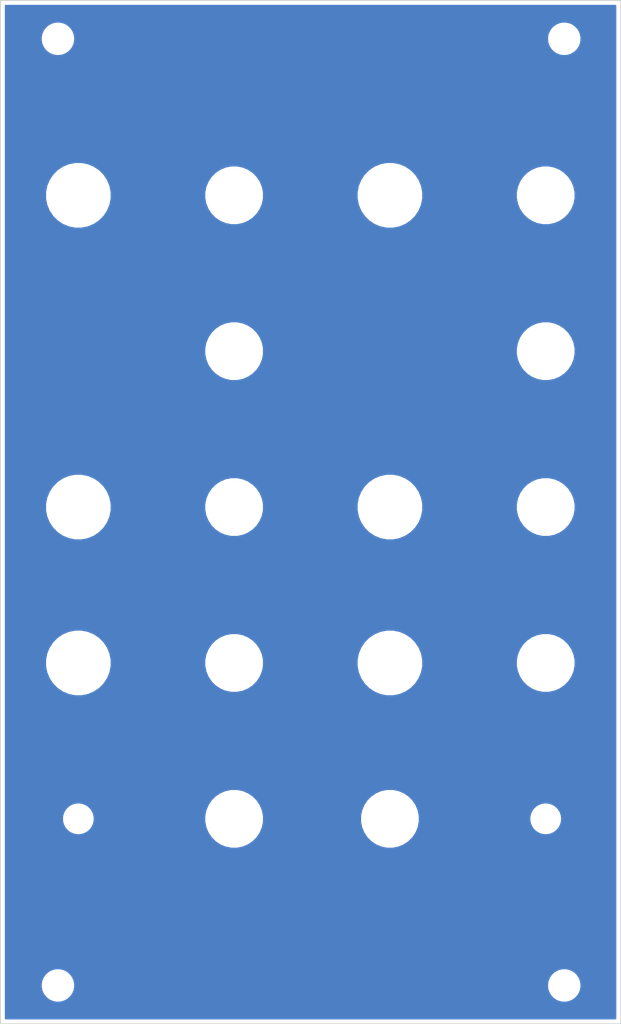
<source format=kicad_pcb>
(kicad_pcb (version 20171130) (host pcbnew 5.1.6-c6e7f7d~86~ubuntu20.04.1)

  (general
    (thickness 1.6)
    (drawings 14)
    (tracks 0)
    (zones 0)
    (modules 30)
    (nets 1)
  )

  (page A4)
  (title_block
    (title "Utility LFO")
    (date 2019-10-20)
    (rev 01)
    (comment 1 "Original design by Ken Stone")
    (comment 2 "PCB for panel")
    (comment 4 "License CC BY 4.0 - Attribution 4.0 International")
  )

  (layers
    (0 F.Cu signal)
    (31 B.Cu signal)
    (32 B.Adhes user)
    (33 F.Adhes user)
    (34 B.Paste user)
    (35 F.Paste user)
    (36 B.SilkS user)
    (37 F.SilkS user)
    (38 B.Mask user)
    (39 F.Mask user)
    (40 Dwgs.User user)
    (41 Cmts.User user)
    (42 Eco1.User user)
    (43 Eco2.User user)
    (44 Edge.Cuts user)
    (45 Margin user)
    (46 B.CrtYd user)
    (47 F.CrtYd user)
    (48 B.Fab user)
    (49 F.Fab user)
  )

  (setup
    (last_trace_width 0.25)
    (user_trace_width 0.762)
    (trace_clearance 0.2)
    (zone_clearance 0.508)
    (zone_45_only no)
    (trace_min 0.2)
    (via_size 0.8)
    (via_drill 0.4)
    (via_min_size 0.4)
    (via_min_drill 0.3)
    (uvia_size 0.3)
    (uvia_drill 0.1)
    (uvias_allowed no)
    (uvia_min_size 0.2)
    (uvia_min_drill 0.1)
    (edge_width 0.05)
    (segment_width 0.2)
    (pcb_text_width 0.3)
    (pcb_text_size 1.5 1.5)
    (mod_edge_width 0.12)
    (mod_text_size 1 1)
    (mod_text_width 0.15)
    (pad_size 3.2 3.2)
    (pad_drill 3.2)
    (pad_to_mask_clearance 0.051)
    (solder_mask_min_width 0.25)
    (aux_axis_origin 0 0)
    (visible_elements FFFFFF7F)
    (pcbplotparams
      (layerselection 0x010fc_ffffffff)
      (usegerberextensions false)
      (usegerberattributes false)
      (usegerberadvancedattributes false)
      (creategerberjobfile false)
      (excludeedgelayer true)
      (linewidth 0.100000)
      (plotframeref false)
      (viasonmask false)
      (mode 1)
      (useauxorigin false)
      (hpglpennumber 1)
      (hpglpenspeed 20)
      (hpglpendiameter 15.000000)
      (psnegative false)
      (psa4output false)
      (plotreference true)
      (plotvalue true)
      (plotinvisibletext false)
      (padsonsilk false)
      (subtractmaskfromsilk false)
      (outputformat 1)
      (mirror false)
      (drillshape 0)
      (scaleselection 1)
      (outputdirectory "gerbers"))
  )

  (net 0 "")

  (net_class Default "This is the default net class."
    (clearance 0.2)
    (trace_width 0.25)
    (via_dia 0.8)
    (via_drill 0.4)
    (uvia_dia 0.3)
    (uvia_drill 0.1)
  )

  (module elektrophon:panel_jack (layer F.Cu) (tedit 5DA46DDA) (tstamp 5D6B41CD)
    (at 96.52 111.76)
    (descr "Mounting Hole 8.4mm, no annular, M8")
    (tags "mounting hole 8.4mm no annular m8")
    (path /5D6BE3A0)
    (attr virtual)
    (fp_text reference H18 (at 0 -9.4) (layer F.SilkS) hide
      (effects (font (size 1 1) (thickness 0.15)))
    )
    (fp_text value vari (at 0 9.144) (layer F.Mask) hide
      (effects (font (size 2 1.4) (thickness 0.25)))
    )
    (fp_text user %R (at 0.3 0) (layer F.Fab) hide
      (effects (font (size 1 1) (thickness 0.15)))
    )
    (fp_circle (center 0 0) (end 4 0) (layer Cmts.User) (width 0.15))
    (fp_circle (center 0 0) (end 4.2 0) (layer F.CrtYd) (width 0.05))
    (pad "" np_thru_hole circle (at 0 0) (size 6.4 6.4) (drill 6.4) (layers *.Cu *.Mask))
    (model "${KIPRJMOD}/../../../lib/kicad/models/PJ301M-12 Thonkiconn v0.2.stp"
      (offset (xyz 0 0.8 -10.5))
      (scale (xyz 1 1 1))
      (rotate (xyz 0 0 0))
    )
  )

  (module elektrophon:panel_jack (layer F.Cu) (tedit 5DA46DDA) (tstamp 5D6B41C8)
    (at 96.52 91.44)
    (descr "Mounting Hole 8.4mm, no annular, M8")
    (tags "mounting hole 8.4mm no annular m8")
    (path /5D6BE39A)
    (attr virtual)
    (fp_text reference H17 (at 0 -9.4) (layer F.SilkS) hide
      (effects (font (size 1 1) (thickness 0.15)))
    )
    (fp_text value tri/saw (at 0 9.144) (layer F.Mask) hide
      (effects (font (size 2 1.4) (thickness 0.25)))
    )
    (fp_text user %R (at 0.3 0) (layer F.Fab) hide
      (effects (font (size 1 1) (thickness 0.15)))
    )
    (fp_circle (center 0 0) (end 4 0) (layer Cmts.User) (width 0.15))
    (fp_circle (center 0 0) (end 4.2 0) (layer F.CrtYd) (width 0.05))
    (pad "" np_thru_hole circle (at 0 0) (size 6.4 6.4) (drill 6.4) (layers *.Cu *.Mask))
    (model "${KIPRJMOD}/../../../lib/kicad/models/PJ301M-12 Thonkiconn v0.2.stp"
      (offset (xyz 0 0.8 -10.5))
      (scale (xyz 1 1 1))
      (rotate (xyz 0 0 0))
    )
  )

  (module elektrophon:panel_jack (layer F.Cu) (tedit 5DA46DDA) (tstamp 5D6B41C3)
    (at 96.52 71.12)
    (descr "Mounting Hole 8.4mm, no annular, M8")
    (tags "mounting hole 8.4mm no annular m8")
    (path /5D6BE394)
    (attr virtual)
    (fp_text reference H16 (at 0 -9.4) (layer F.SilkS) hide
      (effects (font (size 1 1) (thickness 0.15)))
    )
    (fp_text value pulse (at 0 9.144) (layer F.Mask) hide
      (effects (font (size 2 1.4) (thickness 0.25)))
    )
    (fp_text user %R (at 0.3 0) (layer F.Fab) hide
      (effects (font (size 1 1) (thickness 0.15)))
    )
    (fp_circle (center 0 0) (end 4 0) (layer Cmts.User) (width 0.15))
    (fp_circle (center 0 0) (end 4.2 0) (layer F.CrtYd) (width 0.05))
    (pad "" np_thru_hole circle (at 0 0) (size 6.4 6.4) (drill 6.4) (layers *.Cu *.Mask))
    (model "${KIPRJMOD}/../../../lib/kicad/models/PJ301M-12 Thonkiconn v0.2.stp"
      (offset (xyz 0 0.8 -10.5))
      (scale (xyz 1 1 1))
      (rotate (xyz 0 0 0))
    )
  )

  (module elektrophon:panel_jack (layer F.Cu) (tedit 5DA46DDA) (tstamp 5D6B41BE)
    (at 96.52 50.8)
    (descr "Mounting Hole 8.4mm, no annular, M8")
    (tags "mounting hole 8.4mm no annular m8")
    (path /5D6BE38E)
    (attr virtual)
    (fp_text reference H15 (at 0 -9.4) (layer F.SilkS) hide
      (effects (font (size 1 1) (thickness 0.15)))
    )
    (fp_text value square (at 0 9.144) (layer F.Mask) hide
      (effects (font (size 2 1.4) (thickness 0.25)))
    )
    (fp_text user %R (at 0.3 0) (layer F.Fab) hide
      (effects (font (size 1 1) (thickness 0.15)))
    )
    (fp_circle (center 0 0) (end 4 0) (layer Cmts.User) (width 0.15))
    (fp_circle (center 0 0) (end 4.2 0) (layer F.CrtYd) (width 0.05))
    (pad "" np_thru_hole circle (at 0 0) (size 6.4 6.4) (drill 6.4) (layers *.Cu *.Mask))
    (model "${KIPRJMOD}/../../../lib/kicad/models/PJ301M-12 Thonkiconn v0.2.stp"
      (offset (xyz 0 0.8 -10.5))
      (scale (xyz 1 1 1))
      (rotate (xyz 0 0 0))
    )
  )

  (module elektrophon:panel_switch (layer F.Cu) (tedit 5EE642B8) (tstamp 5D6B41A5)
    (at 76.2 132.08)
    (descr "Mounting Hole 8.4mm, no annular, M8")
    (tags "mounting hole 8.4mm no annular m8")
    (path /5D6BE698)
    (attr virtual)
    (fp_text reference H10 (at 0 -9.4) (layer F.SilkS) hide
      (effects (font (size 1 1) (thickness 0.15)))
    )
    (fp_text value swap (at 0 9.144) (layer F.Mask) hide
      (effects (font (size 2 1.4) (thickness 0.25)))
    )
    (fp_text user %R (at 0.3 0) (layer F.Fab) hide
      (effects (font (size 1 1) (thickness 0.15)))
    )
    (fp_circle (center 0 0) (end 5.2 0) (layer F.CrtYd) (width 0.05))
    (fp_circle (center 0 0) (end 5 0) (layer Cmts.User) (width 0.15))
    (pad "" np_thru_hole circle (at 0 0) (size 6.4 6.4) (drill 6.4) (layers *.Cu *.Mask))
    (model "/home/etienne/Documents/elektrophon/lib/kicad/models/SPDT Toggle Switch.stp"
      (offset (xyz -3.5 12.5 -10.5))
      (scale (xyz 1 1 1))
      (rotate (xyz -90 0 -90))
    )
  )

  (module elektrophon:panel_switch (layer F.Cu) (tedit 5EE642B8) (tstamp 5D6B419F)
    (at 55.88 132.08)
    (descr "Mounting Hole 8.4mm, no annular, M8")
    (tags "mounting hole 8.4mm no annular m8")
    (path /5D6BE446)
    (attr virtual)
    (fp_text reference H9 (at 0 -9.4) (layer F.SilkS) hide
      (effects (font (size 1 1) (thickness 0.15)))
    )
    (fp_text value join (at 0 9.144) (layer F.Mask) hide
      (effects (font (size 2 1.4) (thickness 0.25)))
    )
    (fp_text user %R (at 0.3 0) (layer F.Fab) hide
      (effects (font (size 1 1) (thickness 0.15)))
    )
    (fp_circle (center 0 0) (end 5.2 0) (layer F.CrtYd) (width 0.05))
    (fp_circle (center 0 0) (end 5 0) (layer Cmts.User) (width 0.15))
    (pad "" np_thru_hole circle (at 0 0) (size 6.4 6.4) (drill 6.4) (layers *.Cu *.Mask))
    (model "/home/etienne/Documents/elektrophon/lib/kicad/models/SPDT Toggle Switch.stp"
      (offset (xyz -3.5 12.5 -10.5))
      (scale (xyz 1 1 1))
      (rotate (xyz -90 0 -90))
    )
  )

  (module elektrophon:panel_jack (layer F.Cu) (tedit 5DA46DDA) (tstamp 5D6B3FBE)
    (at 55.88 111.76)
    (descr "Mounting Hole 8.4mm, no annular, M8")
    (tags "mounting hole 8.4mm no annular m8")
    (path /5D6B930A)
    (attr virtual)
    (fp_text reference H8 (at 0 -9.4) (layer F.SilkS) hide
      (effects (font (size 1 1) (thickness 0.15)))
    )
    (fp_text value vari (at 0 9.144) (layer F.Mask) hide
      (effects (font (size 2 1.4) (thickness 0.25)))
    )
    (fp_text user %R (at 0.3 0) (layer F.Fab) hide
      (effects (font (size 1 1) (thickness 0.15)))
    )
    (fp_circle (center 0 0) (end 4 0) (layer Cmts.User) (width 0.15))
    (fp_circle (center 0 0) (end 4.2 0) (layer F.CrtYd) (width 0.05))
    (pad "" np_thru_hole circle (at 0 0) (size 6.4 6.4) (drill 6.4) (layers *.Cu *.Mask))
    (model "${KIPRJMOD}/../../../lib/kicad/models/PJ301M-12 Thonkiconn v0.2.stp"
      (offset (xyz 0 0.8 -10.5))
      (scale (xyz 1 1 1))
      (rotate (xyz 0 0 0))
    )
  )

  (module elektrophon:panel_jack (layer F.Cu) (tedit 5DA46DDA) (tstamp 5D6B3FB9)
    (at 55.88 91.44)
    (descr "Mounting Hole 8.4mm, no annular, M8")
    (tags "mounting hole 8.4mm no annular m8")
    (path /5D6B9304)
    (attr virtual)
    (fp_text reference H7 (at 0 -9.4) (layer F.SilkS) hide
      (effects (font (size 1 1) (thickness 0.15)))
    )
    (fp_text value tri/saw (at 0 9.144) (layer F.Mask) hide
      (effects (font (size 2 1.4) (thickness 0.25)))
    )
    (fp_text user %R (at 0.3 0) (layer F.Fab) hide
      (effects (font (size 1 1) (thickness 0.15)))
    )
    (fp_circle (center 0 0) (end 4 0) (layer Cmts.User) (width 0.15))
    (fp_circle (center 0 0) (end 4.2 0) (layer F.CrtYd) (width 0.05))
    (pad "" np_thru_hole circle (at 0 0) (size 6.4 6.4) (drill 6.4) (layers *.Cu *.Mask))
    (model "${KIPRJMOD}/../../../lib/kicad/models/PJ301M-12 Thonkiconn v0.2.stp"
      (offset (xyz 0 0.8 -10.5))
      (scale (xyz 1 1 1))
      (rotate (xyz 0 0 0))
    )
  )

  (module elektrophon:panel_jack (layer F.Cu) (tedit 5DA46DDA) (tstamp 5D6B3FB4)
    (at 55.88 71.12)
    (descr "Mounting Hole 8.4mm, no annular, M8")
    (tags "mounting hole 8.4mm no annular m8")
    (path /5D6B92FE)
    (attr virtual)
    (fp_text reference H6 (at 0 -9.4) (layer F.SilkS) hide
      (effects (font (size 1 1) (thickness 0.15)))
    )
    (fp_text value pulse (at 0 9.144) (layer F.Mask) hide
      (effects (font (size 2 1.4) (thickness 0.25)))
    )
    (fp_text user %R (at 0.3 0) (layer F.Fab) hide
      (effects (font (size 1 1) (thickness 0.15)))
    )
    (fp_circle (center 0 0) (end 4 0) (layer Cmts.User) (width 0.15))
    (fp_circle (center 0 0) (end 4.2 0) (layer F.CrtYd) (width 0.05))
    (pad "" np_thru_hole circle (at 0 0) (size 6.4 6.4) (drill 6.4) (layers *.Cu *.Mask))
    (model "${KIPRJMOD}/../../../lib/kicad/models/PJ301M-12 Thonkiconn v0.2.stp"
      (offset (xyz 0 0.8 -10.5))
      (scale (xyz 1 1 1))
      (rotate (xyz 0 0 0))
    )
  )

  (module elektrophon:panel_jack (layer F.Cu) (tedit 5DA46DDA) (tstamp 5D6B3FAF)
    (at 55.88 50.8)
    (descr "Mounting Hole 8.4mm, no annular, M8")
    (tags "mounting hole 8.4mm no annular m8")
    (path /5D6B92F8)
    (attr virtual)
    (fp_text reference H5 (at 0 -9.4) (layer F.SilkS) hide
      (effects (font (size 1 1) (thickness 0.15)))
    )
    (fp_text value square (at 0 9.144) (layer F.Mask) hide
      (effects (font (size 2 1.4) (thickness 0.25)))
    )
    (fp_text user %R (at 0.3 0) (layer F.Fab) hide
      (effects (font (size 1 1) (thickness 0.15)))
    )
    (fp_circle (center 0 0) (end 4 0) (layer Cmts.User) (width 0.15))
    (fp_circle (center 0 0) (end 4.2 0) (layer F.CrtYd) (width 0.05))
    (pad "" np_thru_hole circle (at 0 0) (size 6.4 6.4) (drill 6.4) (layers *.Cu *.Mask))
    (model "${KIPRJMOD}/../../../lib/kicad/models/PJ301M-12 Thonkiconn v0.2.stp"
      (offset (xyz 0 0.8 -10.5))
      (scale (xyz 1 1 1))
      (rotate (xyz 0 0 0))
    )
  )

  (module elektrophon:panel_potentiometer (layer F.Cu) (tedit 5EE650CE) (tstamp 5D6B41B4)
    (at 76.2 111.76)
    (descr "Mounting Hole 8.4mm, no annular, M8")
    (tags "mounting hole 8.4mm no annular m8")
    (path /5D6BE388)
    (attr virtual)
    (fp_text reference H13 (at 0 -9.4) (layer F.SilkS) hide
      (effects (font (size 1 1) (thickness 0.15)))
    )
    (fp_text value vari (at 0 9.144) (layer F.Mask) hide
      (effects (font (size 2 1.4) (thickness 0.25)))
    )
    (fp_circle (center 0 0) (end 6.35 0) (layer Cmts.User) (width 0.15))
    (fp_circle (center 0 0) (end 6.6 0) (layer F.CrtYd) (width 0.05))
    (fp_text user %R (at 0.3 0) (layer F.Fab) hide
      (effects (font (size 1 1) (thickness 0.15)))
    )
    (pad "" np_thru_hole circle (at 0 0) (size 7.4 7.4) (drill 7.4) (layers *.Cu *.Mask))
    (model ${KIPRJMOD}/../../../lib/kicad/models/ALPHA-RD901F-40.step
      (offset (xyz 0 0.5 -12))
      (scale (xyz 1 1 1))
      (rotate (xyz 0 0 0))
    )
  )

  (module elektrophon:panel_potentiometer (layer F.Cu) (tedit 5EE650CE) (tstamp 5D6B41AF)
    (at 76.2 91.44)
    (descr "Mounting Hole 8.4mm, no annular, M8")
    (tags "mounting hole 8.4mm no annular m8")
    (path /5D6BE382)
    (attr virtual)
    (fp_text reference H12 (at 0 -9.4) (layer F.SilkS) hide
      (effects (font (size 1 1) (thickness 0.15)))
    )
    (fp_text value shape (at 0 9.144) (layer F.Mask) hide
      (effects (font (size 2 1.4) (thickness 0.25)))
    )
    (fp_circle (center 0 0) (end 6.35 0) (layer Cmts.User) (width 0.15))
    (fp_circle (center 0 0) (end 6.6 0) (layer F.CrtYd) (width 0.05))
    (fp_text user %R (at 0.3 0) (layer F.Fab) hide
      (effects (font (size 1 1) (thickness 0.15)))
    )
    (pad "" np_thru_hole circle (at 0 0) (size 7.4 7.4) (drill 7.4) (layers *.Cu *.Mask))
    (model ${KIPRJMOD}/../../../lib/kicad/models/ALPHA-RD901F-40.step
      (offset (xyz 0 0.5 -12))
      (scale (xyz 1 1 1))
      (rotate (xyz 0 0 0))
    )
  )

  (module elektrophon:panel_potentiometer (layer F.Cu) (tedit 5EE650CE) (tstamp 5D6B41AA)
    (at 76.2 50.8)
    (descr "Mounting Hole 8.4mm, no annular, M8")
    (tags "mounting hole 8.4mm no annular m8")
    (path /5D6BE37C)
    (attr virtual)
    (fp_text reference H11 (at 0 -9.4) (layer F.SilkS) hide
      (effects (font (size 1 1) (thickness 0.15)))
    )
    (fp_text value speed (at 0 9.144) (layer F.Mask) hide
      (effects (font (size 2 1.4) (thickness 0.25)))
    )
    (fp_circle (center 0 0) (end 6.35 0) (layer Cmts.User) (width 0.15))
    (fp_circle (center 0 0) (end 6.6 0) (layer F.CrtYd) (width 0.05))
    (fp_text user %R (at 0.3 0) (layer F.Fab) hide
      (effects (font (size 1 1) (thickness 0.15)))
    )
    (pad "" np_thru_hole circle (at 0 0) (size 7.4 7.4) (drill 7.4) (layers *.Cu *.Mask))
    (model ${KIPRJMOD}/../../../lib/kicad/models/ALPHA-RD901F-40.step
      (offset (xyz 0 0.5 -12))
      (scale (xyz 1 1 1))
      (rotate (xyz 0 0 0))
    )
  )

  (module elektrophon:panel_potentiometer (layer F.Cu) (tedit 5EE650CE) (tstamp 5D6B3FA2)
    (at 35.56 111.76)
    (descr "Mounting Hole 8.4mm, no annular, M8")
    (tags "mounting hole 8.4mm no annular m8")
    (path /5D6B818F)
    (attr virtual)
    (fp_text reference H3 (at 0 -9.4) (layer F.SilkS) hide
      (effects (font (size 1 1) (thickness 0.15)))
    )
    (fp_text value vari (at 0 9.144) (layer F.Mask) hide
      (effects (font (size 2 1.4) (thickness 0.25)))
    )
    (fp_circle (center 0 0) (end 6.35 0) (layer Cmts.User) (width 0.15))
    (fp_circle (center 0 0) (end 6.6 0) (layer F.CrtYd) (width 0.05))
    (fp_text user %R (at 0.3 0) (layer F.Fab) hide
      (effects (font (size 1 1) (thickness 0.15)))
    )
    (pad "" np_thru_hole circle (at 0 0) (size 7.4 7.4) (drill 7.4) (layers *.Cu *.Mask))
    (model ${KIPRJMOD}/../../../lib/kicad/models/ALPHA-RD901F-40.step
      (offset (xyz 0 0.5 -12))
      (scale (xyz 1 1 1))
      (rotate (xyz 0 0 0))
    )
  )

  (module elektrophon:panel_potentiometer (layer F.Cu) (tedit 5EE650CE) (tstamp 5D6B3F9D)
    (at 35.56 91.44)
    (descr "Mounting Hole 8.4mm, no annular, M8")
    (tags "mounting hole 8.4mm no annular m8")
    (path /5D6B7DC0)
    (attr virtual)
    (fp_text reference H2 (at 0 -9.4) (layer F.SilkS) hide
      (effects (font (size 1 1) (thickness 0.15)))
    )
    (fp_text value shape (at 0 9.144) (layer F.Mask) hide
      (effects (font (size 2 1.4) (thickness 0.25)))
    )
    (fp_circle (center 0 0) (end 6.35 0) (layer Cmts.User) (width 0.15))
    (fp_circle (center 0 0) (end 6.6 0) (layer F.CrtYd) (width 0.05))
    (fp_text user %R (at 0.3 0) (layer F.Fab) hide
      (effects (font (size 1 1) (thickness 0.15)))
    )
    (pad "" np_thru_hole circle (at 0 0) (size 7.4 7.4) (drill 7.4) (layers *.Cu *.Mask))
    (model ${KIPRJMOD}/../../../lib/kicad/models/ALPHA-RD901F-40.step
      (offset (xyz 0 0.5 -12))
      (scale (xyz 1 1 1))
      (rotate (xyz 0 0 0))
    )
  )

  (module elektrophon:panel_potentiometer (layer F.Cu) (tedit 5EE650CE) (tstamp 5D6B3F98)
    (at 35.56 50.8)
    (descr "Mounting Hole 8.4mm, no annular, M8")
    (tags "mounting hole 8.4mm no annular m8")
    (path /5D6B7A0D)
    (attr virtual)
    (fp_text reference H1 (at 0 -9.4) (layer F.SilkS) hide
      (effects (font (size 1 1) (thickness 0.15)))
    )
    (fp_text value speed (at 0 9.144) (layer F.Mask) hide
      (effects (font (size 2 1.4) (thickness 0.25)))
    )
    (fp_circle (center 0 0) (end 6.35 0) (layer Cmts.User) (width 0.15))
    (fp_circle (center 0 0) (end 6.6 0) (layer F.CrtYd) (width 0.05))
    (fp_text user %R (at 0.3 0) (layer F.Fab) hide
      (effects (font (size 1 1) (thickness 0.15)))
    )
    (pad "" np_thru_hole circle (at 0 0) (size 7.4 7.4) (drill 7.4) (layers *.Cu *.Mask))
    (model ${KIPRJMOD}/../../../lib/kicad/models/ALPHA-RD901F-40.step
      (offset (xyz 0 0.5 -12))
      (scale (xyz 1 1 1))
      (rotate (xyz 0 0 0))
    )
  )

  (module MountingHole:MountingHole_3.2mm_M3 locked (layer F.Cu) (tedit 56D1B4CB) (tstamp 5DAC6277)
    (at 98.94 153.8)
    (descr "Mounting Hole 3.2mm, no annular, M3")
    (tags "mounting hole 3.2mm no annular m3")
    (attr virtual)
    (fp_text reference REF** (at 0 -4.2) (layer F.SilkS) hide
      (effects (font (size 1 1) (thickness 0.15)))
    )
    (fp_text value MountingHole_3.2mm_M3 (at 0 4.2) (layer F.Fab) hide
      (effects (font (size 1 1) (thickness 0.15)))
    )
    (fp_circle (center 0 0) (end 3.2 0) (layer Cmts.User) (width 0.15))
    (fp_circle (center 0 0) (end 3.45 0) (layer F.CrtYd) (width 0.05))
    (fp_text user %R (at 0.3 0) (layer F.Fab) hide
      (effects (font (size 1 1) (thickness 0.15)))
    )
    (pad 1 np_thru_hole circle (at 0 0) (size 3.2 3.2) (drill 3.2) (layers *.Cu *.Mask))
  )

  (module MountingHole:MountingHole_3.2mm_M3 locked (layer F.Cu) (tedit 56D1B4CB) (tstamp 5DAC6261)
    (at 32.9 153.8)
    (descr "Mounting Hole 3.2mm, no annular, M3")
    (tags "mounting hole 3.2mm no annular m3")
    (attr virtual)
    (fp_text reference REF** (at 0 -4.2) (layer F.SilkS) hide
      (effects (font (size 1 1) (thickness 0.15)))
    )
    (fp_text value MountingHole_3.2mm_M3 (at 0 4.2) (layer F.Fab) hide
      (effects (font (size 1 1) (thickness 0.15)))
    )
    (fp_circle (center 0 0) (end 3.2 0) (layer Cmts.User) (width 0.15))
    (fp_circle (center 0 0) (end 3.45 0) (layer F.CrtYd) (width 0.05))
    (fp_text user %R (at 0.3 0) (layer F.Fab) hide
      (effects (font (size 1 1) (thickness 0.15)))
    )
    (pad 1 np_thru_hole circle (at 0 0) (size 3.2 3.2) (drill 3.2) (layers *.Cu *.Mask))
  )

  (module MountingHole:MountingHole_3.2mm_M3 locked (layer F.Cu) (tedit 56D1B4CB) (tstamp 5DAC624B)
    (at 98.94 30.4)
    (descr "Mounting Hole 3.2mm, no annular, M3")
    (tags "mounting hole 3.2mm no annular m3")
    (attr virtual)
    (fp_text reference REF** (at 0 -4.2) (layer F.SilkS) hide
      (effects (font (size 1 1) (thickness 0.15)))
    )
    (fp_text value MountingHole_3.2mm_M3 (at 0 4.2) (layer F.Fab) hide
      (effects (font (size 1 1) (thickness 0.15)))
    )
    (fp_circle (center 0 0) (end 3.2 0) (layer Cmts.User) (width 0.15))
    (fp_circle (center 0 0) (end 3.45 0) (layer F.CrtYd) (width 0.05))
    (fp_text user %R (at 0.3 0) (layer F.Fab) hide
      (effects (font (size 1 1) (thickness 0.15)))
    )
    (pad 1 np_thru_hole circle (at 0 0) (size 3.2 3.2) (drill 3.2) (layers *.Cu *.Mask))
  )

  (module MountingHole:MountingHole_3.2mm_M3 locked (layer F.Cu) (tedit 56D1B4CB) (tstamp 5DAC6235)
    (at 32.9 30.4)
    (descr "Mounting Hole 3.2mm, no annular, M3")
    (tags "mounting hole 3.2mm no annular m3")
    (attr virtual)
    (fp_text reference REF** (at 0 -4.2) (layer F.SilkS) hide
      (effects (font (size 1 1) (thickness 0.15)))
    )
    (fp_text value MountingHole_3.2mm_M3 (at 0 4.2) (layer F.Fab) hide
      (effects (font (size 1 1) (thickness 0.15)))
    )
    (fp_circle (center 0 0) (end 3.2 0) (layer Cmts.User) (width 0.15))
    (fp_circle (center 0 0) (end 3.45 0) (layer F.CrtYd) (width 0.05))
    (fp_text user %R (at 0.3 0) (layer F.Fab) hide
      (effects (font (size 1 1) (thickness 0.15)))
    )
    (pad 1 np_thru_hole circle (at 0 0) (size 3.2 3.2) (drill 3.2) (layers *.Cu *.Mask))
  )

  (module elektrophon:waveshape_vari locked (layer F.Cu) (tedit 5DAC121E) (tstamp 5DAC5F9F)
    (at 55.88 111.76)
    (descr "Imported from vari.svg")
    (tags svg2mod)
    (attr smd)
    (fp_text reference vari (at 0 -4.107804) (layer F.SilkS) hide
      (effects (font (size 1.524 1.524) (thickness 0.3048)))
    )
    (fp_text value G*** (at 0 11.25) (layer F.SilkS) hide
      (effects (font (size 1.524 1.524) (thickness 0.3048)))
    )
    (fp_line (start -2.457617 8.75) (end -2.461467 7.87827) (layer F.Mask) (width 0.5))
    (fp_line (start -2.461467 7.87827) (end -1.25 7.25) (layer F.Mask) (width 0.5))
    (fp_line (start -1.25 7.25) (end 0 8) (layer F.Mask) (width 0.5))
    (fp_line (start 0 8) (end 0 9) (layer F.Mask) (width 0.5))
    (fp_line (start 0 9) (end 1.25 9.75) (layer F.Mask) (width 0.5))
    (fp_line (start 1.25 9.75) (end 2.5 9.25) (layer F.Mask) (width 0.5))
    (fp_line (start 2.5 9.25) (end 2.5 8.372841) (layer F.Mask) (width 0.5))
  )

  (module elektrophon:waveshape_triangle locked (layer F.Cu) (tedit 5D6AF949) (tstamp 5DAC5F99)
    (at 55.88 91.44)
    (descr "Imported from ../../lib/kicad/elektrophon.pretty/triangle.svg")
    (tags svg2mod)
    (attr smd)
    (fp_text reference svg2mod (at 0 -4.43467) (layer F.SilkS) hide
      (effects (font (size 1.524 1.524) (thickness 0.3048)))
    )
    (fp_text value G*** (at 0 11.176) (layer F.SilkS) hide
      (effects (font (size 1.524 1.524) (thickness 0.3048)))
    )
    (fp_line (start -2.032 8.636) (end -0.508 6.604) (layer F.Mask) (width 0.5))
    (fp_line (start -0.508 6.604) (end 1.524 9.51467) (layer F.Mask) (width 0.5))
    (fp_line (start 1.524 9.51467) (end 2.54 7.82361) (layer F.Mask) (width 0.5))
  )

  (module elektrophon:waveshape_square locked (layer F.Cu) (tedit 5D6AF935) (tstamp 5DAC5F91)
    (at 55.88 50.8)
    (descr "Imported from ../../lib/kicad/elektrophon.pretty/saw.svg")
    (tags svg2mod)
    (attr smd)
    (fp_text reference svg2mod (at 0 -4.58823) (layer F.SilkS) hide
      (effects (font (size 1.524 1.524) (thickness 0.3048)))
    )
    (fp_text value G*** (at 0 11.176) (layer F.SilkS) hide
      (effects (font (size 1.524 1.524) (thickness 0.3048)))
    )
    (fp_line (start -2.032 8.62667) (end -2.032 7.112) (layer F.Mask) (width 0.5))
    (fp_line (start -2.032 7.09577) (end -0.207183 7.09617) (layer F.Mask) (width 0.5))
    (fp_line (start 0 7.112) (end 0 9.652) (layer F.Mask) (width 0.5))
    (fp_line (start 0 9.652) (end 2.032 9.652) (layer F.Mask) (width 0.5))
    (fp_line (start 2.032 9.652) (end 2.032 8.128) (layer F.Mask) (width 0.5))
  )

  (module elektrophon:waveshape_pulse locked (layer F.Cu) (tedit 5DAC0D0E) (tstamp 5DAC5F8A)
    (at 55.88 71.12)
    (descr "Imported from pulse.svg")
    (tags svg2mod)
    (attr smd)
    (fp_text reference pulse (at 0 -4.271702) (layer F.SilkS) hide
      (effects (font (size 1.524 1.524) (thickness 0.3048)))
    )
    (fp_text value G*** (at 0 11.5) (layer F.SilkS) hide
      (effects (font (size 1.524 1.524) (thickness 0.3048)))
    )
    (fp_line (start -2.337957 9.75) (end -2.337957 7.25) (layer F.Mask) (width 0.5))
    (fp_line (start -2.337957 7.25) (end -1.25 7.25) (layer F.Mask) (width 0.5))
    (fp_line (start -1.25 7.284628) (end -1.25 9.75) (layer F.Mask) (width 0.5))
    (fp_line (start -1.25 9.75) (end 2.75 9.75) (layer F.Mask) (width 0.5))
  )

  (module elektrophon:waveshape_vari locked (layer F.Cu) (tedit 5DAC121E) (tstamp 5DAC5F07)
    (at 96.52 111.76)
    (descr "Imported from vari.svg")
    (tags svg2mod)
    (attr smd)
    (fp_text reference vari (at 0 -4.107804) (layer F.SilkS) hide
      (effects (font (size 1.524 1.524) (thickness 0.3048)))
    )
    (fp_text value G*** (at 0 11.25) (layer F.SilkS) hide
      (effects (font (size 1.524 1.524) (thickness 0.3048)))
    )
    (fp_line (start -2.457617 8.75) (end -2.461467 7.87827) (layer F.Mask) (width 0.5))
    (fp_line (start -2.461467 7.87827) (end -1.25 7.25) (layer F.Mask) (width 0.5))
    (fp_line (start -1.25 7.25) (end 0 8) (layer F.Mask) (width 0.5))
    (fp_line (start 0 8) (end 0 9) (layer F.Mask) (width 0.5))
    (fp_line (start 0 9) (end 1.25 9.75) (layer F.Mask) (width 0.5))
    (fp_line (start 1.25 9.75) (end 2.5 9.25) (layer F.Mask) (width 0.5))
    (fp_line (start 2.5 9.25) (end 2.5 8.372841) (layer F.Mask) (width 0.5))
  )

  (module elektrophon:waveshape_pulse locked (layer F.Cu) (tedit 5DAC0D0E) (tstamp 5DAC5DA1)
    (at 96.52 71.12)
    (descr "Imported from pulse.svg")
    (tags svg2mod)
    (attr smd)
    (fp_text reference pulse (at 0 -4.271702) (layer F.SilkS) hide
      (effects (font (size 1.524 1.524) (thickness 0.3048)))
    )
    (fp_text value G*** (at 0 11.5) (layer F.SilkS) hide
      (effects (font (size 1.524 1.524) (thickness 0.3048)))
    )
    (fp_line (start -2.337957 9.75) (end -2.337957 7.25) (layer F.Mask) (width 0.5))
    (fp_line (start -2.337957 7.25) (end -1.25 7.25) (layer F.Mask) (width 0.5))
    (fp_line (start -1.25 7.284628) (end -1.25 9.75) (layer F.Mask) (width 0.5))
    (fp_line (start -1.25 9.75) (end 2.75 9.75) (layer F.Mask) (width 0.5))
  )

  (module elektrophon:waveshape_triangle locked (layer F.Cu) (tedit 5D6AF949) (tstamp 5DAC5754)
    (at 96.52 91.44)
    (descr "Imported from ../../lib/kicad/elektrophon.pretty/triangle.svg")
    (tags svg2mod)
    (attr smd)
    (fp_text reference svg2mod (at 0 -4.43467) (layer F.SilkS) hide
      (effects (font (size 1.524 1.524) (thickness 0.3048)))
    )
    (fp_text value G*** (at 0 11.176) (layer F.SilkS) hide
      (effects (font (size 1.524 1.524) (thickness 0.3048)))
    )
    (fp_line (start -2.032 8.636) (end -0.508 6.604) (layer F.Mask) (width 0.5))
    (fp_line (start -0.508 6.604) (end 1.524 9.51467) (layer F.Mask) (width 0.5))
    (fp_line (start 1.524 9.51467) (end 2.54 7.82361) (layer F.Mask) (width 0.5))
  )

  (module elektrophon:waveshape_square locked (layer F.Cu) (tedit 5D6AF935) (tstamp 5DAC570C)
    (at 96.52 50.8)
    (descr "Imported from ../../lib/kicad/elektrophon.pretty/saw.svg")
    (tags svg2mod)
    (attr smd)
    (fp_text reference svg2mod (at 0 -4.58823) (layer F.SilkS) hide
      (effects (font (size 1.524 1.524) (thickness 0.3048)))
    )
    (fp_text value G*** (at 0 11.176) (layer F.SilkS) hide
      (effects (font (size 1.524 1.524) (thickness 0.3048)))
    )
    (fp_line (start -2.032 8.62667) (end -2.032 7.112) (layer F.Mask) (width 0.5))
    (fp_line (start -2.032 7.09577) (end -0.207183 7.09617) (layer F.Mask) (width 0.5))
    (fp_line (start 0 7.112) (end 0 9.652) (layer F.Mask) (width 0.5))
    (fp_line (start 0 9.652) (end 2.032 9.652) (layer F.Mask) (width 0.5))
    (fp_line (start 2.032 9.652) (end 2.032 8.128) (layer F.Mask) (width 0.5))
  )

  (module elektrophon:LED_Monitor (layer F.Cu) (tedit 5DE4F2C0) (tstamp 5D6B41B9)
    (at 96.52 132.08)
    (descr "Imported from LED Monitor.svg")
    (tags svg2mod)
    (path /5D6BE376)
    (zone_connect 2)
    (attr smd)
    (fp_text reference H14 (at 0 -5.054774) (layer F.SilkS) hide
      (effects (font (size 1.524 1.524) (thickness 0.3048)))
    )
    (fp_text value led (at 0 5.054774) (layer F.SilkS) hide
      (effects (font (size 1.524 1.524) (thickness 0.3048)))
    )
    (fp_circle (center 0 0) (end 1 0) (layer B.Mask) (width 2))
    (fp_circle (center 0 0) (end 1 0) (layer F.Mask) (width 2))
  )

  (module elektrophon:LED_Monitor (layer F.Cu) (tedit 5DE4F2C0) (tstamp 5D6AEA1C)
    (at 35.56 132.08)
    (descr "Imported from LED Monitor.svg")
    (tags svg2mod)
    (path /5D6B255D)
    (zone_connect 2)
    (attr smd)
    (fp_text reference H4 (at 0 -5.054774) (layer F.SilkS) hide
      (effects (font (size 1.524 1.524) (thickness 0.3048)))
    )
    (fp_text value led (at 0 5.054774) (layer F.SilkS) hide
      (effects (font (size 1.524 1.524) (thickness 0.3048)))
    )
    (fp_circle (center 0 0) (end 1 0) (layer B.Mask) (width 2))
    (fp_circle (center 0 0) (end 1 0) (layer F.Mask) (width 2))
  )

  (gr_text swap (at 76.19 140.71) (layer F.Mask) (tstamp 5DAC60A5)
    (effects (font (size 2 1.4) (thickness 0.25)))
  )
  (gr_text vari (at 76.19 120.39) (layer F.Mask) (tstamp 5DAC60A2)
    (effects (font (size 2 1.4) (thickness 0.25)))
  )
  (gr_text shape (at 76.19 100.07) (layer F.Mask) (tstamp 5DAC609F)
    (effects (font (size 2 1.4) (thickness 0.25)))
  )
  (gr_text join (at 55.87 140.71) (layer F.Mask) (tstamp 5DAC5FF3)
    (effects (font (size 2 1.4) (thickness 0.25)))
  )
  (gr_text vari (at 35.55 120.39) (layer F.Mask) (tstamp 5DAC5FF3)
    (effects (font (size 2 1.4) (thickness 0.25)))
  )
  (gr_text shape (at 35.55 100.07) (layer F.Mask) (tstamp 5DAC5FF3)
    (effects (font (size 2 1.4) (thickness 0.25)))
  )
  (gr_text speed (at 76.19 59.43) (layer F.Mask) (tstamp 5DAC5FF3)
    (effects (font (size 2 1.4) (thickness 0.25)))
  )
  (gr_text speed (at 35.55 59.43) (layer F.Mask) (tstamp 5DAC5FD6)
    (effects (font (size 2 1.4) (thickness 0.25)))
  )
  (gr_text R01 (at 89.97 155.26) (layer F.Cu)
    (effects (font (size 1.8 1.4) (thickness 0.18)))
  )
  (gr_text LFO (at 66.04 30.48) (layer F.Mask)
    (effects (font (size 3 3) (thickness 0.35)))
  )
  (gr_line (start 106.3 158.8) (end 25.4 158.8) (layer Edge.Cuts) (width 0.12))
  (gr_line (start 106.3 25.4) (end 106.3 158.8) (layer Edge.Cuts) (width 0.12))
  (gr_line (start 25.4 25.4) (end 25.4 158.8) (layer Edge.Cuts) (width 0.12))
  (gr_line (start 25.4 25.4) (end 106.3 25.4) (layer Edge.Cuts) (width 0.12))

  (zone (net 0) (net_name "") (layer B.Cu) (tstamp 0) (hatch edge 0.508)
    (connect_pads (clearance 0.508))
    (min_thickness 0.254)
    (keepout (tracks not_allowed) (vias not_allowed) (copperpour not_allowed))
    (fill (arc_segments 32) (thermal_gap 0.508) (thermal_bridge_width 0.508))
    (polygon
      (pts
        (xy 35.56 132.08) (xy 35.5634 134.08) (xy 35.5004 134.0791) (xy 35.4375 134.0762) (xy 35.3747 134.0714)
        (xy 35.312 134.0646) (xy 35.2496 134.0558) (xy 35.1876 134.045) (xy 35.1258 134.0323) (xy 35.0646 134.0177)
        (xy 35.0038 134.0011) (xy 34.9435 133.9826) (xy 34.8839 133.9623) (xy 34.825 133.94) (xy 34.7667 133.916)
        (xy 34.7093 133.8901) (xy 34.6527 133.8624) (xy 34.597 133.8329) (xy 34.5423 133.8017) (xy 34.4886 133.7688)
        (xy 34.4359 133.7342) (xy 34.3844 133.698) (xy 34.334 133.6601) (xy 34.2848 133.6207) (xy 34.2369 133.5798)
        (xy 34.1903 133.5374) (xy 34.1451 133.4935) (xy 34.1013 133.4483) (xy 34.0589 133.4016) (xy 34.018 133.3537)
        (xy 33.9787 133.3045) (xy 33.9409 133.2541) (xy 33.9047 133.2025) (xy 33.8702 133.1498) (xy 33.8373 133.0961)
        (xy 33.8062 133.0413) (xy 33.7768 132.9856) (xy 33.7491 132.929) (xy 33.7233 132.8715) (xy 33.6993 132.8132)
        (xy 33.6771 132.7543) (xy 33.6568 132.6946) (xy 33.6384 132.6344) (xy 33.6219 132.5736) (xy 33.6073 132.5123)
        (xy 33.5946 132.4506) (xy 33.5839 132.3885) (xy 33.5752 132.3261) (xy 33.5684 132.2634) (xy 33.5636 132.2006)
        (xy 33.5608 132.1377) (xy 33.56 132.0747) (xy 33.5612 132.0117) (xy 33.5643 131.9488) (xy 33.5694 131.886)
        (xy 33.5765 131.8234) (xy 33.5856 131.761) (xy 33.5966 131.699) (xy 33.6096 131.6373) (xy 33.6245 131.5761)
        (xy 33.6413 131.5154) (xy 33.6601 131.4552) (xy 33.6807 131.3957) (xy 33.7032 131.3369) (xy 33.7275 131.2787)
        (xy 33.7537 131.2214) (xy 33.7816 131.165) (xy 33.8113 131.1094) (xy 33.8428 131.0548) (xy 33.8759 131.0012)
        (xy 33.9107 130.9487) (xy 33.9472 130.8973) (xy 33.9852 130.8471) (xy 34.0248 130.7981) (xy 34.066 130.7504)
        (xy 34.1086 130.704) (xy 34.1527 130.659) (xy 34.1981 130.6153) (xy 34.2449 130.5732) (xy 34.293 130.5325)
        (xy 34.3424 130.4933) (xy 34.393 130.4558) (xy 34.4447 130.4198) (xy 34.4976 130.3855) (xy 34.5515 130.3529)
        (xy 34.6064 130.322) (xy 34.6622 130.2928) (xy 34.719 130.2654) (xy 34.7765 130.2398) (xy 34.8349 130.2161)
        (xy 34.8939 130.1942) (xy 34.9537 130.1741) (xy 35.014 130.156) (xy 35.0749 130.1397) (xy 35.1362 130.1254)
        (xy 35.198 130.113) (xy 35.2602 130.1026) (xy 35.3226 130.0941) (xy 35.3853 130.0876) (xy 35.4481 130.0831)
        (xy 35.511 130.0806) (xy 35.574 130.08) (xy 35.637 130.0815) (xy 35.6999 130.0849) (xy 35.7627 130.0903)
        (xy 35.8253 130.0977) (xy 35.8876 130.107) (xy 35.9496 130.1183) (xy 36.0112 130.1316) (xy 36.0723 130.1467)
        (xy 36.133 130.1638) (xy 36.193 130.1828) (xy 36.2525 130.2037) (xy 36.3112 130.2265) (xy 36.3692 130.251)
        (xy 36.4265 130.2774) (xy 36.4828 130.3056) (xy 36.5382 130.3356) (xy 36.5927 130.3672) (xy 36.6461 130.4006)
        (xy 36.6985 130.4357) (xy 36.7497 130.4723) (xy 36.7998 130.5106) (xy 36.8486 130.5504) (xy 36.8961 130.5918)
        (xy 36.9423 130.6346) (xy 36.9872 130.6789) (xy 37.0306 130.7245) (xy 37.0726 130.7715) (xy 37.113 130.8198)
        (xy 37.152 130.8693) (xy 37.1893 130.9201) (xy 37.225 130.972) (xy 37.2591 131.025) (xy 37.2915 131.079)
        (xy 37.3222 131.1341) (xy 37.3511 131.19) (xy 37.3782 131.2469) (xy 37.4036 131.3046) (xy 37.4271 131.363)
        (xy 37.4487 131.4222) (xy 37.4685 131.482) (xy 37.4864 131.5424) (xy 37.5024 131.6034) (xy 37.5164 131.6648)
        (xy 37.5285 131.7266) (xy 37.5387 131.7888) (xy 37.5469 131.8513) (xy 37.5531 131.9139) (xy 37.5573 131.9768)
        (xy 37.5596 132.0398) (xy 37.5599 132.1028) (xy 37.5582 132.1658) (xy 37.5545 132.2287) (xy 37.5488 132.2914)
        (xy 37.5412 132.3539) (xy 37.5315 132.4162) (xy 37.52 132.4781) (xy 37.5065 132.5397) (xy 37.491 132.6008)
        (xy 37.4737 132.6613) (xy 37.4544 132.7213) (xy 37.4333 132.7807) (xy 37.4103 132.8393) (xy 37.3854 132.8972)
        (xy 37.3588 132.9543) (xy 37.3303 133.0105) (xy 37.3002 133.0658) (xy 37.2682 133.1202) (xy 37.2346 133.1734)
        (xy 37.1994 133.2257) (xy 37.1625 133.2767) (xy 37.124 133.3266) (xy 37.0839 133.3752) (xy 37.0424 133.4226)
        (xy 36.9993 133.4686) (xy 36.9549 133.5133) (xy 36.9091 133.5565) (xy 36.8619 133.5983) (xy 36.8134 133.6385)
        (xy 36.7637 133.6772) (xy 36.7128 133.7143) (xy 36.6607 133.7498) (xy 36.6076 133.7837) (xy 36.5534 133.8158)
        (xy 36.4982 133.8463) (xy 36.4422 133.8749) (xy 36.3852 133.9018) (xy 36.3274 133.9269) (xy 36.2688 133.9502)
        (xy 36.2096 133.9716) (xy 36.1497 133.9911) (xy 36.0892 134.0087) (xy 36.0282 134.0244) (xy 35.9667 134.0382)
        (xy 35.9048 134.0501) (xy 35.8426 134.0599) (xy 35.7801 134.0679) (xy 35.7174 134.0738) (xy 35.6545 134.0778)
        (xy 35.5915 134.0798)
      )
    )
  )
  (zone (net 0) (net_name "") (layer B.Cu) (tstamp 0) (hatch edge 0.508)
    (connect_pads (clearance 0.508))
    (min_thickness 0.254)
    (fill yes (arc_segments 32) (thermal_gap 0.508) (thermal_bridge_width 0.508))
    (polygon
      (pts
        (xy 25.41 25.39) (xy 106.28 25.39) (xy 106.32 158.79) (xy 25.38 158.78)
      )
    )
    (filled_polygon
      (pts
        (xy 105.605001 158.105) (xy 26.095 158.105) (xy 26.095 153.579872) (xy 30.665 153.579872) (xy 30.665 154.020128)
        (xy 30.75089 154.451925) (xy 30.919369 154.858669) (xy 31.163962 155.224729) (xy 31.475271 155.536038) (xy 31.841331 155.780631)
        (xy 32.248075 155.94911) (xy 32.679872 156.035) (xy 33.120128 156.035) (xy 33.551925 155.94911) (xy 33.958669 155.780631)
        (xy 34.324729 155.536038) (xy 34.636038 155.224729) (xy 34.880631 154.858669) (xy 35.04911 154.451925) (xy 35.135 154.020128)
        (xy 35.135 153.579872) (xy 96.705 153.579872) (xy 96.705 154.020128) (xy 96.79089 154.451925) (xy 96.959369 154.858669)
        (xy 97.203962 155.224729) (xy 97.515271 155.536038) (xy 97.881331 155.780631) (xy 98.288075 155.94911) (xy 98.719872 156.035)
        (xy 99.160128 156.035) (xy 99.591925 155.94911) (xy 99.998669 155.780631) (xy 100.364729 155.536038) (xy 100.676038 155.224729)
        (xy 100.920631 154.858669) (xy 101.08911 154.451925) (xy 101.175 154.020128) (xy 101.175 153.579872) (xy 101.08911 153.148075)
        (xy 100.920631 152.741331) (xy 100.676038 152.375271) (xy 100.364729 152.063962) (xy 99.998669 151.819369) (xy 99.591925 151.65089)
        (xy 99.160128 151.565) (xy 98.719872 151.565) (xy 98.288075 151.65089) (xy 97.881331 151.819369) (xy 97.515271 152.063962)
        (xy 97.203962 152.375271) (xy 96.959369 152.741331) (xy 96.79089 153.148075) (xy 96.705 153.579872) (xy 35.135 153.579872)
        (xy 35.04911 153.148075) (xy 34.880631 152.741331) (xy 34.636038 152.375271) (xy 34.324729 152.063962) (xy 33.958669 151.819369)
        (xy 33.551925 151.65089) (xy 33.120128 151.565) (xy 32.679872 151.565) (xy 32.248075 151.65089) (xy 31.841331 151.819369)
        (xy 31.475271 152.063962) (xy 31.163962 152.375271) (xy 30.919369 152.741331) (xy 30.75089 153.148075) (xy 30.665 153.579872)
        (xy 26.095 153.579872) (xy 26.095 132.076313) (xy 33.43301 132.076313) (xy 33.43381 132.139313) (xy 33.433926 132.143348)
        (xy 33.436726 132.206248) (xy 33.436969 132.210279) (xy 33.441769 132.273079) (xy 33.44214 132.277093) (xy 33.44894 132.339793)
        (xy 33.449417 132.343637) (xy 33.458117 132.406037) (xy 33.458744 132.410065) (xy 33.469444 132.472165) (xy 33.470208 132.476204)
        (xy 33.482908 132.537904) (xy 33.483756 132.541725) (xy 33.498356 132.603025) (xy 33.499333 132.606862) (xy 33.515833 132.667662)
        (xy 33.516946 132.671522) (xy 33.535346 132.731722) (xy 33.536561 132.735485) (xy 33.556861 132.795185) (xy 33.558261 132.799092)
        (xy 33.580461 132.857992) (xy 33.581862 132.861545) (xy 33.605862 132.919845) (xy 33.607429 132.923491) (xy 33.633229 132.980991)
        (xy 33.635028 132.984827) (xy 33.662728 133.041427) (xy 33.664485 133.044883) (xy 33.693885 133.100583) (xy 33.695748 133.103984)
        (xy 33.726848 133.158784) (xy 33.729008 133.162446) (xy 33.761908 133.216146) (xy 33.763944 133.21936) (xy 33.798444 133.27206)
        (xy 33.800733 133.275438) (xy 33.836933 133.327038) (xy 33.8393 133.3303) (xy 33.8771 133.3807) (xy 33.879471 133.383762)
        (xy 33.918771 133.432962) (xy 33.921418 133.436168) (xy 33.962318 133.484068) (xy 33.964873 133.486969) (xy 34.007273 133.533669)
        (xy 34.010096 133.536679) (xy 34.053896 133.581879) (xy 34.056617 133.584603) (xy 34.101817 133.628503) (xy 34.10483 133.631336)
        (xy 34.15143 133.673736) (xy 34.154432 133.676382) (xy 34.202332 133.717282) (xy 34.205415 133.719831) (xy 34.254615 133.759231)
        (xy 34.257671 133.761603) (xy 34.308071 133.799503) (xy 34.311367 133.8019) (xy 34.362867 133.8381) (xy 34.366199 133.840364)
        (xy 34.418899 133.874964) (xy 34.422254 133.877092) (xy 34.475954 133.909992) (xy 34.479377 133.912016) (xy 34.534077 133.943216)
        (xy 34.53756 133.945131) (xy 34.59326 133.974631) (xy 34.596873 133.976472) (xy 34.653473 134.004172) (xy 34.657066 134.005861)
        (xy 34.714466 134.031761) (xy 34.718355 134.033438) (xy 34.776655 134.057438) (xy 34.780032 134.058772) (xy 34.838932 134.081072)
        (xy 34.842953 134.082518) (xy 34.902553 134.102818) (xy 34.90625 134.104014) (xy 34.96655 134.122514) (xy 34.97035 134.123616)
        (xy 35.03115 134.140216) (xy 35.03513 134.141233) (xy 35.09633 134.155833) (xy 35.100236 134.1567) (xy 35.162036 134.1694)
        (xy 35.165806 134.170116) (xy 35.227806 134.180916) (xy 35.231865 134.181556) (xy 35.294265 134.190356) (xy 35.298307 134.19086)
        (xy 35.361007 134.19766) (xy 35.365021 134.198031) (xy 35.427821 134.202831) (xy 35.431651 134.203065) (xy 35.494551 134.205965)
        (xy 35.498586 134.206087) (xy 35.561586 134.206987) (xy 35.5774 134.20553) (xy 35.59553 134.206736) (xy 35.65853 134.204736)
        (xy 35.66256 134.204544) (xy 35.72546 134.200544) (xy 35.729298 134.200241) (xy 35.791998 134.194341) (xy 35.796224 134.193872)
        (xy 35.858724 134.185872) (xy 35.862366 134.185352) (xy 35.924566 134.175552) (xy 35.928776 134.174816) (xy 35.990676 134.162916)
        (xy 35.994506 134.162119) (xy 36.056006 134.148319) (xy 36.059855 134.147392) (xy 36.120855 134.131692) (xy 36.124675 134.130645)
        (xy 36.185175 134.113045) (xy 36.189013 134.111862) (xy 36.248913 134.092362) (xy 36.252775 134.091036) (xy 36.311975 134.069636)
        (xy 36.315723 134.068214) (xy 36.374323 134.044914) (xy 36.377987 134.04339) (xy 36.435787 134.01829) (xy 36.439402 134.016653)
        (xy 36.496402 133.989753) (xy 36.499964 133.988003) (xy 36.555964 133.959403) (xy 36.55962 133.95746) (xy 36.61482 133.92696)
        (xy 36.618117 133.925073) (xy 36.672317 133.892973) (xy 36.67594 133.890745) (xy 36.72904 133.856845) (xy 36.732213 133.854752)
        (xy 36.784313 133.819252) (xy 36.787606 133.816931) (xy 36.838506 133.779831) (xy 36.841726 133.777404) (xy 36.891426 133.738704)
        (xy 36.894445 133.736279) (xy 36.942945 133.696079) (xy 36.946099 133.693376) (xy 36.993299 133.651576) (xy 36.996242 133.648887)
        (xy 37.042042 133.605687) (xy 37.045004 133.6028) (xy 37.089404 133.5581) (xy 37.091976 133.555434) (xy 37.135076 133.509434)
        (xy 37.137952 133.506259) (xy 37.179452 133.458859) (xy 37.181859 133.456027) (xy 37.221959 133.407427) (xy 37.224551 133.404179)
        (xy 37.263051 133.354279) (xy 37.265392 133.351146) (xy 37.302292 133.300146) (xy 37.304759 133.296611) (xy 37.339959 133.244311)
        (xy 37.341977 133.241217) (xy 37.375577 133.188017) (xy 37.377666 133.184592) (xy 37.409666 133.130192) (xy 37.411747 133.126515)
        (xy 37.441847 133.071215) (xy 37.443568 133.06794) (xy 37.472068 133.01174) (xy 37.473921 133.007929) (xy 37.500521 132.950829)
        (xy 37.502069 132.947374) (xy 37.526969 132.889474) (xy 37.52852 132.8857) (xy 37.55152 132.8271) (xy 37.552974 132.82321)
        (xy 37.574074 132.76381) (xy 37.575299 132.760189) (xy 37.594599 132.700189) (xy 37.595806 132.696216) (xy 37.613106 132.635716)
        (xy 37.614101 132.632028) (xy 37.629601 132.570928) (xy 37.630556 132.566888) (xy 37.644056 132.505288) (xy 37.644863 132.501298)
        (xy 37.656363 132.439398) (xy 37.656988 132.435738) (xy 37.666688 132.373438) (xy 37.667271 132.36923) (xy 37.674871 132.30673)
        (xy 37.675278 132.302898) (xy 37.680978 132.240198) (xy 37.681281 132.236158) (xy 37.684981 132.173258) (xy 37.685154 132.169226)
        (xy 37.686854 132.106226) (xy 37.686899 132.102195) (xy 37.686599 132.039195) (xy 37.686515 132.035167) (xy 37.684215 131.972167)
        (xy 37.684018 131.968339) (xy 37.679818 131.905439) (xy 37.679482 131.901383) (xy 37.673282 131.838783) (xy 37.672821 131.834779)
        (xy 37.664621 131.772279) (xy 37.664026 131.768248) (xy 37.653826 131.706048) (xy 37.653134 131.702198) (xy 37.652187 131.697361)
        (xy 51.995 131.697361) (xy 51.995 132.462639) (xy 52.144298 133.213213) (xy 52.437158 133.920238) (xy 52.862323 134.556543)
        (xy 53.403457 135.097677) (xy 54.039762 135.522842) (xy 54.746787 135.815702) (xy 55.497361 135.965) (xy 56.262639 135.965)
        (xy 57.013213 135.815702) (xy 57.720238 135.522842) (xy 58.356543 135.097677) (xy 58.897677 134.556543) (xy 59.322842 133.920238)
        (xy 59.615702 133.213213) (xy 59.765 132.462639) (xy 59.765 131.697361) (xy 72.315 131.697361) (xy 72.315 132.462639)
        (xy 72.464298 133.213213) (xy 72.757158 133.920238) (xy 73.182323 134.556543) (xy 73.723457 135.097677) (xy 74.359762 135.522842)
        (xy 75.066787 135.815702) (xy 75.817361 135.965) (xy 76.582639 135.965) (xy 77.333213 135.815702) (xy 78.040238 135.522842)
        (xy 78.676543 135.097677) (xy 79.217677 134.556543) (xy 79.642842 133.920238) (xy 79.935702 133.213213) (xy 80.085 132.462639)
        (xy 80.085 132.076313) (xy 94.39301 132.076313) (xy 94.39381 132.139313) (xy 94.393926 132.143348) (xy 94.396726 132.206248)
        (xy 94.396969 132.210279) (xy 94.401769 132.273079) (xy 94.40214 132.277093) (xy 94.40894 132.339793) (xy 94.409417 132.343637)
        (xy 94.418117 132.406037) (xy 94.418744 132.410065) (xy 94.429444 132.472165) (xy 94.430208 132.476204) (xy 94.442908 132.537904)
        (xy 94.443756 132.541725) (xy 94.458356 132.603025) (xy 94.459333 132.606862) (xy 94.475833 132.667662) (xy 94.476946 132.671522)
        (xy 94.495346 132.731722) (xy 94.496561 132.735485) (xy 94.516861 132.795185) (xy 94.518261 132.799092) (xy 94.540461 132.857992)
        (xy 94.541862 132.861545) (xy 94.565862 132.919845) (xy 94.567429 132.923491) (xy 94.593229 132.980991) (xy 94.595028 132.984827)
        (xy 94.622728 133.041427) (xy 94.624485 133.044883) (xy 94.653885 133.100583) (xy 94.655748 133.103984) (xy 94.686848 133.158784)
        (xy 94.689008 133.162446) (xy 94.721908 133.216146) (xy 94.723944 133.21936) (xy 94.758444 133.27206) (xy 94.760733 133.275438)
        (xy 94.796933 133.327038) (xy 94.7993 133.3303) (xy 94.8371 133.3807) (xy 94.839471 133.383762) (xy 94.878771 133.432962)
        (xy 94.881418 133.436168) (xy 94.922318 133.484068) (xy 94.924873 133.486969) (xy 94.967273 133.533669) (xy 94.970096 133.536679)
        (xy 95.013896 133.581879) (xy 95.016617 133.584603) (xy 95.061817 133.628503) (xy 95.06483 133.631336) (xy 95.11143 133.673736)
        (xy 95.114432 133.676382) (xy 95.162332 133.717282) (xy 95.165415 133.719831) (xy 95.214615 133.759231) (xy 95.217671 133.761603)
        (xy 95.268071 133.799503) (xy 95.271367 133.8019) (xy 95.322867 133.8381) (xy 95.326199 133.840364) (xy 95.378899 133.874964)
        (xy 95.382254 133.877092) (xy 95.435954 133.909992) (xy 95.439377 133.912016) (xy 95.494077 133.943216) (xy 95.49756 133.945131)
        (xy 95.55326 133.974631) (xy 95.556873 133.976472) (xy 95.613473 134.004172) (xy 95.617066 134.005861) (xy 95.674466 134.031761)
        (xy 95.678355 134.033438) (xy 95.736655 134.057438) (xy 95.740032 134.058772) (xy 95.798932 134.081072) (xy 95.802953 134.082518)
        (xy 95.862553 134.102818) (xy 95.86625 134.104014) (xy 95.92655 134.122514) (xy 95.93035 134.123616) (xy 95.99115 134.140216)
        (xy 95.99513 134.141233) (xy 96.05633 134.155833) (xy 96.060236 134.1567) (xy 96.122036 134.1694) (xy 96.125806 134.170116)
        (xy 96.187806 134.180916) (xy 96.191865 134.181556) (xy 96.254265 134.190356) (xy 96.258307 134.19086) (xy 96.321007 134.19766)
        (xy 96.325021 134.198031) (xy 96.387821 134.202831) (xy 96.391651 134.203065) (xy 96.454551 134.205965) (xy 96.458586 134.206087)
        (xy 96.521586 134.206987) (xy 96.5374 134.20553) (xy 96.55553 134.206736) (xy 96.61853 134.204736) (xy 96.62256 134.204544)
        (xy 96.68546 134.200544) (xy 96.689298 134.200241) (xy 96.751998 134.194341) (xy 96.756224 134.193872) (xy 96.818724 134.185872)
        (xy 96.822366 134.185352) (xy 96.884566 134.175552) (xy 96.888776 134.174816) (xy 96.950676 134.162916) (xy 96.954506 134.162119)
        (xy 97.016006 134.148319) (xy 97.019855 134.147392) (xy 97.080855 134.131692) (xy 97.084675 134.130645) (xy 97.145175 134.113045)
        (xy 97.149013 134.111862) (xy 97.208913 134.092362) (xy 97.212775 134.091036) (xy 97.271975 134.069636) (xy 97.275723 134.068214)
        (xy 97.334323 134.044914) (xy 97.337987 134.04339) (xy 97.395787 134.01829) (xy 97.399402 134.016653) (xy 97.456402 133.989753)
        (xy 97.459964 133.988003) (xy 97.515964 133.959403) (xy 97.51962 133.95746) (xy 97.57482 133.92696) (xy 97.578117 133.925073)
        (xy 97.632317 133.892973) (xy 97.63594 133.890745) (xy 97.68904 133.856845) (xy 97.692213 133.854752) (xy 97.744313 133.819252)
        (xy 97.747606 133.816931) (xy 97.798506 133.779831) (xy 97.801726 133.777404) (xy 97.851426 133.738704) (xy 97.854445 133.736279)
        (xy 97.902945 133.696079) (xy 97.906099 133.693376) (xy 97.953299 133.651576) (xy 97.956242 133.648887) (xy 98.002042 133.605687)
        (xy 98.005004 133.6028) (xy 98.049404 133.5581) (xy 98.051976 133.555434) (xy 98.095076 133.509434) (xy 98.097952 133.506259)
        (xy 98.139452 133.458859) (xy 98.141859 133.456027) (xy 98.181959 133.407427) (xy 98.184551 133.404179) (xy 98.223051 133.354279)
        (xy 98.225392 133.351146) (xy 98.262292 133.300146) (xy 98.264759 133.296611) (xy 98.299959 133.244311) (xy 98.301977 133.241217)
        (xy 98.335577 133.188017) (xy 98.337666 133.184592) (xy 98.369666 133.130192) (xy 98.371747 133.126515) (xy 98.401847 133.071215)
        (xy 98.403568 133.06794) (xy 98.432068 133.01174) (xy 98.433921 133.007929) (xy 98.460521 132.950829) (xy 98.462069 132.947374)
        (xy 98.486969 132.889474) (xy 98.48852 132.8857) (xy 98.51152 132.8271) (xy 98.512974 132.82321) (xy 98.534074 132.76381)
        (xy 98.535299 132.760189) (xy 98.554599 132.700189) (xy 98.555806 132.696216) (xy 98.573106 132.635716) (xy 98.574101 132.632028)
        (xy 98.589601 132.570928) (xy 98.590556 132.566888) (xy 98.604056 132.505288) (xy 98.604863 132.501298) (xy 98.616363 132.439398)
        (xy 98.616988 132.435738) (xy 98.626688 132.373438) (xy 98.627271 132.36923) (xy 98.634871 132.30673) (xy 98.635278 132.302898)
        (xy 98.640978 132.240198) (xy 98.641281 132.236158) (xy 98.644981 132.173258) (xy 98.645154 132.169226) (xy 98.646854 132.106226)
        (xy 98.646899 132.102195) (xy 98.646599 132.039195) (xy 98.646515 132.035167) (xy 98.644215 131.972167) (xy 98.644018 131.968339)
        (xy 98.639818 131.905439) (xy 98.639482 131.901383) (xy 98.633282 131.838783) (xy 98.632821 131.834779) (xy 98.624621 131.772279)
        (xy 98.624026 131.768248) (xy 98.613826 131.706048) (xy 98.613134 131.702198) (xy 98.601034 131.640398) (xy 98.600222 131.636567)
        (xy 98.586222 131.575167) (xy 98.585245 131.571178) (xy 98.569245 131.510178) (xy 98.568165 131.506314) (xy 98.550265 131.445914)
        (xy 98.549063 131.442081) (xy 98.529263 131.382281) (xy 98.528007 131.378669) (xy 98.506407 131.319469) (xy 98.504919 131.31559)
        (xy 98.481419 131.25719) (xy 98.479836 131.253432) (xy 98.454436 131.195732) (xy 98.45286 131.192291) (xy 98.42576 131.135391)
        (xy 98.423915 131.131675) (xy 98.395015 131.075775) (xy 98.393142 131.072287) (xy 98.362442 131.017187) (xy 98.360402 131.013659)
        (xy 98.328002 130.959659) (xy 98.325903 130.956283) (xy 98.291803 130.903283) (xy 98.289636 130.900025) (xy 98.253936 130.848125)
        (xy 98.251669 130.844936) (xy 98.214369 130.794136) (xy 98.211757 130.790703) (xy 98.172757 130.741203) (xy 98.170415 130.738318)
        (xy 98.130015 130.690018) (xy 98.127298 130.686876) (xy 98.085298 130.639876) (xy 98.082594 130.636944) (xy 98.039194 130.591344)
        (xy 98.036396 130.588495) (xy 97.991496 130.544195) (xy 97.988609 130.541435) (xy 97.942409 130.498635) (xy 97.939544 130.496061)
        (xy 97.892044 130.454661) (xy 97.888867 130.451982) (xy 97.840067 130.412182) (xy 97.836931 130.409705) (xy 97.786831 130.371405)
        (xy 97.783555 130.368983) (xy 97.732355 130.332383) (xy 97.729179 130.330185) (xy 97.676779 130.295085) (xy 97.673446 130.292927)
        (xy 97.620046 130.259527) (xy 97.616403 130.257332) (xy 97.561903 130.225732) (xy 97.558675 130.223923) (xy 97.503275 130.193923)
        (xy 97.499677 130.192048) (xy 97.443377 130.163848) (xy 97.439644 130.162054) (xy 97.382344 130.135654) (xy 97.378618 130.134009)
        (xy 97.320618 130.109509) (xy 97.317182 130.108116) (xy 97.258482 130.085316) (xy 97.254589 130.083877) (xy 97.195089 130.062977)
        (xy 97.19134 130.061726) (xy 97.13134 130.042726) (xy 97.127437 130.041558) (xy 97.066737 130.024458) (xy 97.06277 130.023409)
        (xy 97.00167 130.008309) (xy 96.998003 130.007461) (xy 96.936403 129.994161) (xy 96.932372 129.993358) (xy 96.870372 129.982058)
        (xy 96.866351 129.981392) (xy 96.804051 129.972092) (xy 96.800209 129.971578) (xy 96.737609 129.964178) (xy 96.73358 129.963767)
        (xy 96.67078 129.958367) (xy 96.666755 129.958085) (xy 96.603855 129.954685) (xy 96.600023 129.954536) (xy 96.537023 129.953036)
        (xy 96.532791 129.953006) (xy 96.469791 129.953606) (xy 96.465956 129.9537) (xy 96.403056 129.9562) (xy 96.399023 129.956425)
        (xy 96.336223 129.960925) (xy 96.332204 129.961277) (xy 96.269504 129.967777) (xy 96.265459 129.968262) (xy 96.203059 129.976762)
        (xy 96.199256 129.977339) (xy 96.137056 129.987739) (xy 96.133016 129.988482) (xy 96.071216 130.000882) (xy 96.067348 130.001721)
        (xy 96.006048 130.016021) (xy 96.002064 130.017018) (xy 95.941164 130.033318) (xy 95.937488 130.034362) (xy 95.877188 130.052462)
        (xy 95.873237 130.053718) (xy 95.813437 130.073818) (xy 95.809706 130.075138) (xy 95.750706 130.097038) (xy 95.747143 130.098421)
        (xy 95.688743 130.122121) (xy 95.684846 130.123779) (xy 95.627346 130.149379) (xy 95.623821 130.151014) (xy 95.567021 130.178414)
        (xy 95.563316 130.180276) (xy 95.507516 130.209476) (xy 95.504108 130.211326) (xy 95.449208 130.242226) (xy 95.445774 130.24423)
        (xy 95.391874 130.27683) (xy 95.388507 130.278939) (xy 95.335607 130.313239) (xy 95.332128 130.315578) (xy 95.280428 130.351578)
        (xy 95.277382 130.353766) (xy 95.226782 130.391266) (xy 95.223457 130.393816) (xy 95.174057 130.433016) (xy 95.170965 130.43555)
        (xy 95.122865 130.47625) (xy 95.119964 130.478782) (xy 95.073164 130.520882) (xy 95.070027 130.523801) (xy 95.024627 130.567501)
        (xy 95.021995 130.570109) (xy 94.977895 130.615109) (xy 94.975048 130.61811) (xy 94.932448 130.66451) (xy 94.929888 130.667385)
        (xy 94.888688 130.715085) (xy 94.886024 130.718273) (xy 94.846424 130.767273) (xy 94.84394 130.770449) (xy 94.80594 130.820649)
        (xy 94.803652 130.823769) (xy 94.767152 130.875169) (xy 94.764844 130.878533) (xy 94.730044 130.931033) (xy 94.727843 130.934471)
        (xy 94.694743 130.988071) (xy 94.692794 130.991335) (xy 94.661294 131.045935) (xy 94.65928 131.049562) (xy 94.62958 131.105162)
        (xy 94.627767 131.108689) (xy 94.599867 131.165089) (xy 94.598201 131.168589) (xy 94.572001 131.225889) (xy 94.570305 131.229768)
        (xy 94.546005 131.287968) (xy 94.544587 131.291512) (xy 94.522087 131.350312) (xy 94.520689 131.35415) (xy 94.500089 131.41365)
        (xy 94.498874 131.417342) (xy 94.480074 131.477542) (xy 94.478902 131.481524) (xy 94.462102 131.542224) (xy 94.461104 131.546058)
        (xy 94.446204 131.607258) (xy 94.445328 131.611116) (xy 94.432328 131.672816) (xy 94.431553 131.676814) (xy 94.420553 131.738814)
        (xy 94.419929 131.742673) (xy 94.410829 131.805073) (xy 94.410309 131.809088) (xy 94.403209 131.871688) (xy 94.402817 131.87572)
        (xy 94.397717 131.93852) (xy 94.397454 131.942548) (xy 94.394354 132.005448) (xy 94.394223 132.009281) (xy 94.393023 132.072281)
        (xy 94.39301 132.076313) (xy 80.085 132.076313) (xy 80.085 131.697361) (xy 79.935702 130.946787) (xy 79.642842 130.239762)
        (xy 79.217677 129.603457) (xy 78.676543 129.062323) (xy 78.040238 128.637158) (xy 77.333213 128.344298) (xy 76.582639 128.195)
        (xy 75.817361 128.195) (xy 75.066787 128.344298) (xy 74.359762 128.637158) (xy 73.723457 129.062323) (xy 73.182323 129.603457)
        (xy 72.757158 130.239762) (xy 72.464298 130.946787) (xy 72.315 131.697361) (xy 59.765 131.697361) (xy 59.615702 130.946787)
        (xy 59.322842 130.239762) (xy 58.897677 129.603457) (xy 58.356543 129.062323) (xy 57.720238 128.637158) (xy 57.013213 128.344298)
        (xy 56.262639 128.195) (xy 55.497361 128.195) (xy 54.746787 128.344298) (xy 54.039762 128.637158) (xy 53.403457 129.062323)
        (xy 52.862323 129.603457) (xy 52.437158 130.239762) (xy 52.144298 130.946787) (xy 51.995 131.697361) (xy 37.652187 131.697361)
        (xy 37.641034 131.640398) (xy 37.640222 131.636567) (xy 37.626222 131.575167) (xy 37.625245 131.571178) (xy 37.609245 131.510178)
        (xy 37.608165 131.506314) (xy 37.590265 131.445914) (xy 37.589063 131.442081) (xy 37.569263 131.382281) (xy 37.568007 131.378669)
        (xy 37.546407 131.319469) (xy 37.544919 131.31559) (xy 37.521419 131.25719) (xy 37.519836 131.253432) (xy 37.494436 131.195732)
        (xy 37.49286 131.192291) (xy 37.46576 131.135391) (xy 37.463915 131.131675) (xy 37.435015 131.075775) (xy 37.433142 131.072287)
        (xy 37.402442 131.017187) (xy 37.400402 131.013659) (xy 37.368002 130.959659) (xy 37.365903 130.956283) (xy 37.331803 130.903283)
        (xy 37.329636 130.900025) (xy 37.293936 130.848125) (xy 37.291669 130.844936) (xy 37.254369 130.794136) (xy 37.251757 130.790703)
        (xy 37.212757 130.741203) (xy 37.210415 130.738318) (xy 37.170015 130.690018) (xy 37.167298 130.686876) (xy 37.125298 130.639876)
        (xy 37.122594 130.636944) (xy 37.079194 130.591344) (xy 37.076396 130.588495) (xy 37.031496 130.544195) (xy 37.028609 130.541435)
        (xy 36.982409 130.498635) (xy 36.979544 130.496061) (xy 36.932044 130.454661) (xy 36.928867 130.451982) (xy 36.880067 130.412182)
        (xy 36.876931 130.409705) (xy 36.826831 130.371405) (xy 36.823555 130.368983) (xy 36.772355 130.332383) (xy 36.769179 130.330185)
        (xy 36.716779 130.295085) (xy 36.713446 130.292927) (xy 36.660046 130.259527) (xy 36.656403 130.257332) (xy 36.601903 130.225732)
        (xy 36.598675 130.223923) (xy 36.543275 130.193923) (xy 36.539677 130.192048) (xy 36.483377 130.163848) (xy 36.479644 130.162054)
        (xy 36.422344 130.135654) (xy 36.418618 130.134009) (xy 36.360618 130.109509) (xy 36.357182 130.108116) (xy 36.298482 130.085316)
        (xy 36.294589 130.083877) (xy 36.235089 130.062977) (xy 36.23134 130.061726) (xy 36.17134 130.042726) (xy 36.167437 130.041558)
        (xy 36.106737 130.024458) (xy 36.10277 130.023409) (xy 36.04167 130.008309) (xy 36.038003 130.007461) (xy 35.976403 129.994161)
        (xy 35.972372 129.993358) (xy 35.910372 129.982058) (xy 35.906351 129.981392) (xy 35.844051 129.972092) (xy 35.840209 129.971578)
        (xy 35.777609 129.964178) (xy 35.77358 129.963767) (xy 35.71078 129.958367) (xy 35.706755 129.958085) (xy 35.643855 129.954685)
        (xy 35.640023 129.954536) (xy 35.577023 129.953036) (xy 35.572791 129.953006) (xy 35.509791 129.953606) (xy 35.505956 129.9537)
        (xy 35.443056 129.9562) (xy 35.439023 129.956425) (xy 35.376223 129.960925) (xy 35.372204 129.961277) (xy 35.309504 129.967777)
        (xy 35.305459 129.968262) (xy 35.243059 129.976762) (xy 35.239256 129.977339) (xy 35.177056 129.987739) (xy 35.173016 129.988482)
        (xy 35.111216 130.000882) (xy 35.107348 130.001721) (xy 35.046048 130.016021) (xy 35.042064 130.017018) (xy 34.981164 130.033318)
        (xy 34.977488 130.034362) (xy 34.917188 130.052462) (xy 34.913237 130.053718) (xy 34.853437 130.073818) (xy 34.849706 130.075138)
        (xy 34.790706 130.097038) (xy 34.787143 130.098421) (xy 34.728743 130.122121) (xy 34.724846 130.123779) (xy 34.667346 130.149379)
        (xy 34.663821 130.151014) (xy 34.607021 130.178414) (xy 34.603316 130.180276) (xy 34.547516 130.209476) (xy 34.544108 130.211326)
        (xy 34.489208 130.242226) (xy 34.485774 130.24423) (xy 34.431874 130.27683) (xy 34.428507 130.278939) (xy 34.375607 130.313239)
        (xy 34.372128 130.315578) (xy 34.320428 130.351578) (xy 34.317382 130.353766) (xy 34.266782 130.391266) (xy 34.263457 130.393816)
        (xy 34.214057 130.433016) (xy 34.210965 130.43555) (xy 34.162865 130.47625) (xy 34.159964 130.478782) (xy 34.113164 130.520882)
        (xy 34.110027 130.523801) (xy 34.064627 130.567501) (xy 34.061995 130.570109) (xy 34.017895 130.615109) (xy 34.015048 130.61811)
        (xy 33.972448 130.66451) (xy 33.969888 130.667385) (xy 33.928688 130.715085) (xy 33.926024 130.718273) (xy 33.886424 130.767273)
        (xy 33.88394 130.770449) (xy 33.84594 130.820649) (xy 33.843652 130.823769) (xy 33.807152 130.875169) (xy 33.804844 130.878533)
        (xy 33.770044 130.931033) (xy 33.767843 130.934471) (xy 33.734743 130.988071) (xy 33.732794 130.991335) (xy 33.701294 131.045935)
        (xy 33.69928 131.049562) (xy 33.66958 131.105162) (xy 33.667767 131.108689) (xy 33.639867 131.165089) (xy 33.638201 131.168589)
        (xy 33.612001 131.225889) (xy 33.610305 131.229768) (xy 33.586005 131.287968) (xy 33.584587 131.291512) (xy 33.562087 131.350312)
        (xy 33.560689 131.35415) (xy 33.540089 131.41365) (xy 33.538874 131.417342) (xy 33.520074 131.477542) (xy 33.518902 131.481524)
        (xy 33.502102 131.542224) (xy 33.501104 131.546058) (xy 33.486204 131.607258) (xy 33.485328 131.611116) (xy 33.472328 131.672816)
        (xy 33.471553 131.676814) (xy 33.460553 131.738814) (xy 33.459929 131.742673) (xy 33.450829 131.805073) (xy 33.450309 131.809088)
        (xy 33.443209 131.871688) (xy 33.442817 131.87572) (xy 33.437717 131.93852) (xy 33.437454 131.942548) (xy 33.434354 132.005448)
        (xy 33.434223 132.009281) (xy 33.433023 132.072281) (xy 33.43301 132.076313) (xy 26.095 132.076313) (xy 26.095 111.33304)
        (xy 31.225 111.33304) (xy 31.225 112.18696) (xy 31.391592 113.024473) (xy 31.718373 113.813392) (xy 32.192786 114.523401)
        (xy 32.796599 115.127214) (xy 33.506608 115.601627) (xy 34.295527 115.928408) (xy 35.13304 116.095) (xy 35.98696 116.095)
        (xy 36.824473 115.928408) (xy 37.613392 115.601627) (xy 38.323401 115.127214) (xy 38.927214 114.523401) (xy 39.401627 113.813392)
        (xy 39.728408 113.024473) (xy 39.895 112.18696) (xy 39.895 111.377361) (xy 51.995 111.377361) (xy 51.995 112.142639)
        (xy 52.144298 112.893213) (xy 52.437158 113.600238) (xy 52.862323 114.236543) (xy 53.403457 114.777677) (xy 54.039762 115.202842)
        (xy 54.746787 115.495702) (xy 55.497361 115.645) (xy 56.262639 115.645) (xy 57.013213 115.495702) (xy 57.720238 115.202842)
        (xy 58.356543 114.777677) (xy 58.897677 114.236543) (xy 59.322842 113.600238) (xy 59.615702 112.893213) (xy 59.765 112.142639)
        (xy 59.765 111.377361) (xy 59.756185 111.33304) (xy 71.865 111.33304) (xy 71.865 112.18696) (xy 72.031592 113.024473)
        (xy 72.358373 113.813392) (xy 72.832786 114.523401) (xy 73.436599 115.127214) (xy 74.146608 115.601627) (xy 74.935527 115.928408)
        (xy 75.77304 116.095) (xy 76.62696 116.095) (xy 77.464473 115.928408) (xy 78.253392 115.601627) (xy 78.963401 115.127214)
        (xy 79.567214 114.523401) (xy 80.041627 113.813392) (xy 80.368408 113.024473) (xy 80.535 112.18696) (xy 80.535 111.377361)
        (xy 92.635 111.377361) (xy 92.635 112.142639) (xy 92.784298 112.893213) (xy 93.077158 113.600238) (xy 93.502323 114.236543)
        (xy 94.043457 114.777677) (xy 94.679762 115.202842) (xy 95.386787 115.495702) (xy 96.137361 115.645) (xy 96.902639 115.645)
        (xy 97.653213 115.495702) (xy 98.360238 115.202842) (xy 98.996543 114.777677) (xy 99.537677 114.236543) (xy 99.962842 113.600238)
        (xy 100.255702 112.893213) (xy 100.405 112.142639) (xy 100.405 111.377361) (xy 100.255702 110.626787) (xy 99.962842 109.919762)
        (xy 99.537677 109.283457) (xy 98.996543 108.742323) (xy 98.360238 108.317158) (xy 97.653213 108.024298) (xy 96.902639 107.875)
        (xy 96.137361 107.875) (xy 95.386787 108.024298) (xy 94.679762 108.317158) (xy 94.043457 108.742323) (xy 93.502323 109.283457)
        (xy 93.077158 109.919762) (xy 92.784298 110.626787) (xy 92.635 111.377361) (xy 80.535 111.377361) (xy 80.535 111.33304)
        (xy 80.368408 110.495527) (xy 80.041627 109.706608) (xy 79.567214 108.996599) (xy 78.963401 108.392786) (xy 78.253392 107.918373)
        (xy 77.464473 107.591592) (xy 76.62696 107.425) (xy 75.77304 107.425) (xy 74.935527 107.591592) (xy 74.146608 107.918373)
        (xy 73.436599 108.392786) (xy 72.832786 108.996599) (xy 72.358373 109.706608) (xy 72.031592 110.495527) (xy 71.865 111.33304)
        (xy 59.756185 111.33304) (xy 59.615702 110.626787) (xy 59.322842 109.919762) (xy 58.897677 109.283457) (xy 58.356543 108.742323)
        (xy 57.720238 108.317158) (xy 57.013213 108.024298) (xy 56.262639 107.875) (xy 55.497361 107.875) (xy 54.746787 108.024298)
        (xy 54.039762 108.317158) (xy 53.403457 108.742323) (xy 52.862323 109.283457) (xy 52.437158 109.919762) (xy 52.144298 110.626787)
        (xy 51.995 111.377361) (xy 39.895 111.377361) (xy 39.895 111.33304) (xy 39.728408 110.495527) (xy 39.401627 109.706608)
        (xy 38.927214 108.996599) (xy 38.323401 108.392786) (xy 37.613392 107.918373) (xy 36.824473 107.591592) (xy 35.98696 107.425)
        (xy 35.13304 107.425) (xy 34.295527 107.591592) (xy 33.506608 107.918373) (xy 32.796599 108.392786) (xy 32.192786 108.996599)
        (xy 31.718373 109.706608) (xy 31.391592 110.495527) (xy 31.225 111.33304) (xy 26.095 111.33304) (xy 26.095 91.01304)
        (xy 31.225 91.01304) (xy 31.225 91.86696) (xy 31.391592 92.704473) (xy 31.718373 93.493392) (xy 32.192786 94.203401)
        (xy 32.796599 94.807214) (xy 33.506608 95.281627) (xy 34.295527 95.608408) (xy 35.13304 95.775) (xy 35.98696 95.775)
        (xy 36.824473 95.608408) (xy 37.613392 95.281627) (xy 38.323401 94.807214) (xy 38.927214 94.203401) (xy 39.401627 93.493392)
        (xy 39.728408 92.704473) (xy 39.895 91.86696) (xy 39.895 91.057361) (xy 51.995 91.057361) (xy 51.995 91.822639)
        (xy 52.144298 92.573213) (xy 52.437158 93.280238) (xy 52.862323 93.916543) (xy 53.403457 94.457677) (xy 54.039762 94.882842)
        (xy 54.746787 95.175702) (xy 55.497361 95.325) (xy 56.262639 95.325) (xy 57.013213 95.175702) (xy 57.720238 94.882842)
        (xy 58.356543 94.457677) (xy 58.897677 93.916543) (xy 59.322842 93.280238) (xy 59.615702 92.573213) (xy 59.765 91.822639)
        (xy 59.765 91.057361) (xy 59.756185 91.01304) (xy 71.865 91.01304) (xy 71.865 91.86696) (xy 72.031592 92.704473)
        (xy 72.358373 93.493392) (xy 72.832786 94.203401) (xy 73.436599 94.807214) (xy 74.146608 95.281627) (xy 74.935527 95.608408)
        (xy 75.77304 95.775) (xy 76.62696 95.775) (xy 77.464473 95.608408) (xy 78.253392 95.281627) (xy 78.963401 94.807214)
        (xy 79.567214 94.203401) (xy 80.041627 93.493392) (xy 80.368408 92.704473) (xy 80.535 91.86696) (xy 80.535 91.057361)
        (xy 92.635 91.057361) (xy 92.635 91.822639) (xy 92.784298 92.573213) (xy 93.077158 93.280238) (xy 93.502323 93.916543)
        (xy 94.043457 94.457677) (xy 94.679762 94.882842) (xy 95.386787 95.175702) (xy 96.137361 95.325) (xy 96.902639 95.325)
        (xy 97.653213 95.175702) (xy 98.360238 94.882842) (xy 98.996543 94.457677) (xy 99.537677 93.916543) (xy 99.962842 93.280238)
        (xy 100.255702 92.573213) (xy 100.405 91.822639) (xy 100.405 91.057361) (xy 100.255702 90.306787) (xy 99.962842 89.599762)
        (xy 99.537677 88.963457) (xy 98.996543 88.422323) (xy 98.360238 87.997158) (xy 97.653213 87.704298) (xy 96.902639 87.555)
        (xy 96.137361 87.555) (xy 95.386787 87.704298) (xy 94.679762 87.997158) (xy 94.043457 88.422323) (xy 93.502323 88.963457)
        (xy 93.077158 89.599762) (xy 92.784298 90.306787) (xy 92.635 91.057361) (xy 80.535 91.057361) (xy 80.535 91.01304)
        (xy 80.368408 90.175527) (xy 80.041627 89.386608) (xy 79.567214 88.676599) (xy 78.963401 88.072786) (xy 78.253392 87.598373)
        (xy 77.464473 87.271592) (xy 76.62696 87.105) (xy 75.77304 87.105) (xy 74.935527 87.271592) (xy 74.146608 87.598373)
        (xy 73.436599 88.072786) (xy 72.832786 88.676599) (xy 72.358373 89.386608) (xy 72.031592 90.175527) (xy 71.865 91.01304)
        (xy 59.756185 91.01304) (xy 59.615702 90.306787) (xy 59.322842 89.599762) (xy 58.897677 88.963457) (xy 58.356543 88.422323)
        (xy 57.720238 87.997158) (xy 57.013213 87.704298) (xy 56.262639 87.555) (xy 55.497361 87.555) (xy 54.746787 87.704298)
        (xy 54.039762 87.997158) (xy 53.403457 88.422323) (xy 52.862323 88.963457) (xy 52.437158 89.599762) (xy 52.144298 90.306787)
        (xy 51.995 91.057361) (xy 39.895 91.057361) (xy 39.895 91.01304) (xy 39.728408 90.175527) (xy 39.401627 89.386608)
        (xy 38.927214 88.676599) (xy 38.323401 88.072786) (xy 37.613392 87.598373) (xy 36.824473 87.271592) (xy 35.98696 87.105)
        (xy 35.13304 87.105) (xy 34.295527 87.271592) (xy 33.506608 87.598373) (xy 32.796599 88.072786) (xy 32.192786 88.676599)
        (xy 31.718373 89.386608) (xy 31.391592 90.175527) (xy 31.225 91.01304) (xy 26.095 91.01304) (xy 26.095 70.737361)
        (xy 51.995 70.737361) (xy 51.995 71.502639) (xy 52.144298 72.253213) (xy 52.437158 72.960238) (xy 52.862323 73.596543)
        (xy 53.403457 74.137677) (xy 54.039762 74.562842) (xy 54.746787 74.855702) (xy 55.497361 75.005) (xy 56.262639 75.005)
        (xy 57.013213 74.855702) (xy 57.720238 74.562842) (xy 58.356543 74.137677) (xy 58.897677 73.596543) (xy 59.322842 72.960238)
        (xy 59.615702 72.253213) (xy 59.765 71.502639) (xy 59.765 70.737361) (xy 92.635 70.737361) (xy 92.635 71.502639)
        (xy 92.784298 72.253213) (xy 93.077158 72.960238) (xy 93.502323 73.596543) (xy 94.043457 74.137677) (xy 94.679762 74.562842)
        (xy 95.386787 74.855702) (xy 96.137361 75.005) (xy 96.902639 75.005) (xy 97.653213 74.855702) (xy 98.360238 74.562842)
        (xy 98.996543 74.137677) (xy 99.537677 73.596543) (xy 99.962842 72.960238) (xy 100.255702 72.253213) (xy 100.405 71.502639)
        (xy 100.405 70.737361) (xy 100.255702 69.986787) (xy 99.962842 69.279762) (xy 99.537677 68.643457) (xy 98.996543 68.102323)
        (xy 98.360238 67.677158) (xy 97.653213 67.384298) (xy 96.902639 67.235) (xy 96.137361 67.235) (xy 95.386787 67.384298)
        (xy 94.679762 67.677158) (xy 94.043457 68.102323) (xy 93.502323 68.643457) (xy 93.077158 69.279762) (xy 92.784298 69.986787)
        (xy 92.635 70.737361) (xy 59.765 70.737361) (xy 59.615702 69.986787) (xy 59.322842 69.279762) (xy 58.897677 68.643457)
        (xy 58.356543 68.102323) (xy 57.720238 67.677158) (xy 57.013213 67.384298) (xy 56.262639 67.235) (xy 55.497361 67.235)
        (xy 54.746787 67.384298) (xy 54.039762 67.677158) (xy 53.403457 68.102323) (xy 52.862323 68.643457) (xy 52.437158 69.279762)
        (xy 52.144298 69.986787) (xy 51.995 70.737361) (xy 26.095 70.737361) (xy 26.095 50.37304) (xy 31.225 50.37304)
        (xy 31.225 51.22696) (xy 31.391592 52.064473) (xy 31.718373 52.853392) (xy 32.192786 53.563401) (xy 32.796599 54.167214)
        (xy 33.506608 54.641627) (xy 34.295527 54.968408) (xy 35.13304 55.135) (xy 35.98696 55.135) (xy 36.824473 54.968408)
        (xy 37.613392 54.641627) (xy 38.323401 54.167214) (xy 38.927214 53.563401) (xy 39.401627 52.853392) (xy 39.728408 52.064473)
        (xy 39.895 51.22696) (xy 39.895 50.417361) (xy 51.995 50.417361) (xy 51.995 51.182639) (xy 52.144298 51.933213)
        (xy 52.437158 52.640238) (xy 52.862323 53.276543) (xy 53.403457 53.817677) (xy 54.039762 54.242842) (xy 54.746787 54.535702)
        (xy 55.497361 54.685) (xy 56.262639 54.685) (xy 57.013213 54.535702) (xy 57.720238 54.242842) (xy 58.356543 53.817677)
        (xy 58.897677 53.276543) (xy 59.322842 52.640238) (xy 59.615702 51.933213) (xy 59.765 51.182639) (xy 59.765 50.417361)
        (xy 59.756185 50.37304) (xy 71.865 50.37304) (xy 71.865 51.22696) (xy 72.031592 52.064473) (xy 72.358373 52.853392)
        (xy 72.832786 53.563401) (xy 73.436599 54.167214) (xy 74.146608 54.641627) (xy 74.935527 54.968408) (xy 75.77304 55.135)
        (xy 76.62696 55.135) (xy 77.464473 54.968408) (xy 78.253392 54.641627) (xy 78.963401 54.167214) (xy 79.567214 53.563401)
        (xy 80.041627 52.853392) (xy 80.368408 52.064473) (xy 80.535 51.22696) (xy 80.535 50.417361) (xy 92.635 50.417361)
        (xy 92.635 51.182639) (xy 92.784298 51.933213) (xy 93.077158 52.640238) (xy 93.502323 53.276543) (xy 94.043457 53.817677)
        (xy 94.679762 54.242842) (xy 95.386787 54.535702) (xy 96.137361 54.685) (xy 96.902639 54.685) (xy 97.653213 54.535702)
        (xy 98.360238 54.242842) (xy 98.996543 53.817677) (xy 99.537677 53.276543) (xy 99.962842 52.640238) (xy 100.255702 51.933213)
        (xy 100.405 51.182639) (xy 100.405 50.417361) (xy 100.255702 49.666787) (xy 99.962842 48.959762) (xy 99.537677 48.323457)
        (xy 98.996543 47.782323) (xy 98.360238 47.357158) (xy 97.653213 47.064298) (xy 96.902639 46.915) (xy 96.137361 46.915)
        (xy 95.386787 47.064298) (xy 94.679762 47.357158) (xy 94.043457 47.782323) (xy 93.502323 48.323457) (xy 93.077158 48.959762)
        (xy 92.784298 49.666787) (xy 92.635 50.417361) (xy 80.535 50.417361) (xy 80.535 50.37304) (xy 80.368408 49.535527)
        (xy 80.041627 48.746608) (xy 79.567214 48.036599) (xy 78.963401 47.432786) (xy 78.253392 46.958373) (xy 77.464473 46.631592)
        (xy 76.62696 46.465) (xy 75.77304 46.465) (xy 74.935527 46.631592) (xy 74.146608 46.958373) (xy 73.436599 47.432786)
        (xy 72.832786 48.036599) (xy 72.358373 48.746608) (xy 72.031592 49.535527) (xy 71.865 50.37304) (xy 59.756185 50.37304)
        (xy 59.615702 49.666787) (xy 59.322842 48.959762) (xy 58.897677 48.323457) (xy 58.356543 47.782323) (xy 57.720238 47.357158)
        (xy 57.013213 47.064298) (xy 56.262639 46.915) (xy 55.497361 46.915) (xy 54.746787 47.064298) (xy 54.039762 47.357158)
        (xy 53.403457 47.782323) (xy 52.862323 48.323457) (xy 52.437158 48.959762) (xy 52.144298 49.666787) (xy 51.995 50.417361)
        (xy 39.895 50.417361) (xy 39.895 50.37304) (xy 39.728408 49.535527) (xy 39.401627 48.746608) (xy 38.927214 48.036599)
        (xy 38.323401 47.432786) (xy 37.613392 46.958373) (xy 36.824473 46.631592) (xy 35.98696 46.465) (xy 35.13304 46.465)
        (xy 34.295527 46.631592) (xy 33.506608 46.958373) (xy 32.796599 47.432786) (xy 32.192786 48.036599) (xy 31.718373 48.746608)
        (xy 31.391592 49.535527) (xy 31.225 50.37304) (xy 26.095 50.37304) (xy 26.095 30.179872) (xy 30.665 30.179872)
        (xy 30.665 30.620128) (xy 30.75089 31.051925) (xy 30.919369 31.458669) (xy 31.163962 31.824729) (xy 31.475271 32.136038)
        (xy 31.841331 32.380631) (xy 32.248075 32.54911) (xy 32.679872 32.635) (xy 33.120128 32.635) (xy 33.551925 32.54911)
        (xy 33.958669 32.380631) (xy 34.324729 32.136038) (xy 34.636038 31.824729) (xy 34.880631 31.458669) (xy 35.04911 31.051925)
        (xy 35.135 30.620128) (xy 35.135 30.179872) (xy 96.705 30.179872) (xy 96.705 30.620128) (xy 96.79089 31.051925)
        (xy 96.959369 31.458669) (xy 97.203962 31.824729) (xy 97.515271 32.136038) (xy 97.881331 32.380631) (xy 98.288075 32.54911)
        (xy 98.719872 32.635) (xy 99.160128 32.635) (xy 99.591925 32.54911) (xy 99.998669 32.380631) (xy 100.364729 32.136038)
        (xy 100.676038 31.824729) (xy 100.920631 31.458669) (xy 101.08911 31.051925) (xy 101.175 30.620128) (xy 101.175 30.179872)
        (xy 101.08911 29.748075) (xy 100.920631 29.341331) (xy 100.676038 28.975271) (xy 100.364729 28.663962) (xy 99.998669 28.419369)
        (xy 99.591925 28.25089) (xy 99.160128 28.165) (xy 98.719872 28.165) (xy 98.288075 28.25089) (xy 97.881331 28.419369)
        (xy 97.515271 28.663962) (xy 97.203962 28.975271) (xy 96.959369 29.341331) (xy 96.79089 29.748075) (xy 96.705 30.179872)
        (xy 35.135 30.179872) (xy 35.04911 29.748075) (xy 34.880631 29.341331) (xy 34.636038 28.975271) (xy 34.324729 28.663962)
        (xy 33.958669 28.419369) (xy 33.551925 28.25089) (xy 33.120128 28.165) (xy 32.679872 28.165) (xy 32.248075 28.25089)
        (xy 31.841331 28.419369) (xy 31.475271 28.663962) (xy 31.163962 28.975271) (xy 30.919369 29.341331) (xy 30.75089 29.748075)
        (xy 30.665 30.179872) (xy 26.095 30.179872) (xy 26.095 26.095) (xy 105.605 26.095)
      )
    )
  )
  (zone (net 0) (net_name "") (layer B.Cu) (tstamp 0) (hatch edge 0.508)
    (connect_pads (clearance 0.508))
    (min_thickness 0.254)
    (keepout (tracks not_allowed) (vias not_allowed) (copperpour not_allowed))
    (fill (arc_segments 32) (thermal_gap 0.508) (thermal_bridge_width 0.508))
    (polygon
      (pts
        (xy 96.52 132.08) (xy 96.5234 134.08) (xy 96.4604 134.0791) (xy 96.3975 134.0762) (xy 96.3347 134.0714)
        (xy 96.272 134.0646) (xy 96.2096 134.0558) (xy 96.1476 134.045) (xy 96.0858 134.0323) (xy 96.0246 134.0177)
        (xy 95.9638 134.0011) (xy 95.9035 133.9826) (xy 95.8439 133.9623) (xy 95.785 133.94) (xy 95.7267 133.916)
        (xy 95.6693 133.8901) (xy 95.6127 133.8624) (xy 95.557 133.8329) (xy 95.5023 133.8017) (xy 95.4486 133.7688)
        (xy 95.3959 133.7342) (xy 95.3444 133.698) (xy 95.294 133.6601) (xy 95.2448 133.6207) (xy 95.1969 133.5798)
        (xy 95.1503 133.5374) (xy 95.1051 133.4935) (xy 95.0613 133.4483) (xy 95.0189 133.4016) (xy 94.978 133.3537)
        (xy 94.9387 133.3045) (xy 94.9009 133.2541) (xy 94.8647 133.2025) (xy 94.8302 133.1498) (xy 94.7973 133.0961)
        (xy 94.7662 133.0413) (xy 94.7368 132.9856) (xy 94.7091 132.929) (xy 94.6833 132.8715) (xy 94.6593 132.8132)
        (xy 94.6371 132.7543) (xy 94.6168 132.6946) (xy 94.5984 132.6344) (xy 94.5819 132.5736) (xy 94.5673 132.5123)
        (xy 94.5546 132.4506) (xy 94.5439 132.3885) (xy 94.5352 132.3261) (xy 94.5284 132.2634) (xy 94.5236 132.2006)
        (xy 94.5208 132.1377) (xy 94.52 132.0747) (xy 94.5212 132.0117) (xy 94.5243 131.9488) (xy 94.5294 131.886)
        (xy 94.5365 131.8234) (xy 94.5456 131.761) (xy 94.5566 131.699) (xy 94.5696 131.6373) (xy 94.5845 131.5761)
        (xy 94.6013 131.5154) (xy 94.6201 131.4552) (xy 94.6407 131.3957) (xy 94.6632 131.3369) (xy 94.6875 131.2787)
        (xy 94.7137 131.2214) (xy 94.7416 131.165) (xy 94.7713 131.1094) (xy 94.8028 131.0548) (xy 94.8359 131.0012)
        (xy 94.8707 130.9487) (xy 94.9072 130.8973) (xy 94.9452 130.8471) (xy 94.9848 130.7981) (xy 95.026 130.7504)
        (xy 95.0686 130.704) (xy 95.1127 130.659) (xy 95.1581 130.6153) (xy 95.2049 130.5732) (xy 95.253 130.5325)
        (xy 95.3024 130.4933) (xy 95.353 130.4558) (xy 95.4047 130.4198) (xy 95.4576 130.3855) (xy 95.5115 130.3529)
        (xy 95.5664 130.322) (xy 95.6222 130.2928) (xy 95.679 130.2654) (xy 95.7365 130.2398) (xy 95.7949 130.2161)
        (xy 95.8539 130.1942) (xy 95.9137 130.1741) (xy 95.974 130.156) (xy 96.0349 130.1397) (xy 96.0962 130.1254)
        (xy 96.158 130.113) (xy 96.2202 130.1026) (xy 96.2826 130.0941) (xy 96.3453 130.0876) (xy 96.4081 130.0831)
        (xy 96.471 130.0806) (xy 96.534 130.08) (xy 96.597 130.0815) (xy 96.6599 130.0849) (xy 96.7227 130.0903)
        (xy 96.7853 130.0977) (xy 96.8476 130.107) (xy 96.9096 130.1183) (xy 96.9712 130.1316) (xy 97.0323 130.1467)
        (xy 97.093 130.1638) (xy 97.153 130.1828) (xy 97.2125 130.2037) (xy 97.2712 130.2265) (xy 97.3292 130.251)
        (xy 97.3865 130.2774) (xy 97.4428 130.3056) (xy 97.4982 130.3356) (xy 97.5527 130.3672) (xy 97.6061 130.4006)
        (xy 97.6585 130.4357) (xy 97.7097 130.4723) (xy 97.7598 130.5106) (xy 97.8086 130.5504) (xy 97.8561 130.5918)
        (xy 97.9023 130.6346) (xy 97.9472 130.6789) (xy 97.9906 130.7245) (xy 98.0326 130.7715) (xy 98.073 130.8198)
        (xy 98.112 130.8693) (xy 98.1493 130.9201) (xy 98.185 130.972) (xy 98.2191 131.025) (xy 98.2515 131.079)
        (xy 98.2822 131.1341) (xy 98.3111 131.19) (xy 98.3382 131.2469) (xy 98.3636 131.3046) (xy 98.3871 131.363)
        (xy 98.4087 131.4222) (xy 98.4285 131.482) (xy 98.4464 131.5424) (xy 98.4624 131.6034) (xy 98.4764 131.6648)
        (xy 98.4885 131.7266) (xy 98.4987 131.7888) (xy 98.5069 131.8513) (xy 98.5131 131.9139) (xy 98.5173 131.9768)
        (xy 98.5196 132.0398) (xy 98.5199 132.1028) (xy 98.5182 132.1658) (xy 98.5145 132.2287) (xy 98.5088 132.2914)
        (xy 98.5012 132.3539) (xy 98.4915 132.4162) (xy 98.48 132.4781) (xy 98.4665 132.5397) (xy 98.451 132.6008)
        (xy 98.4337 132.6613) (xy 98.4144 132.7213) (xy 98.3933 132.7807) (xy 98.3703 132.8393) (xy 98.3454 132.8972)
        (xy 98.3188 132.9543) (xy 98.2903 133.0105) (xy 98.2602 133.0658) (xy 98.2282 133.1202) (xy 98.1946 133.1734)
        (xy 98.1594 133.2257) (xy 98.1225 133.2767) (xy 98.084 133.3266) (xy 98.0439 133.3752) (xy 98.0024 133.4226)
        (xy 97.9593 133.4686) (xy 97.9149 133.5133) (xy 97.8691 133.5565) (xy 97.8219 133.5983) (xy 97.7734 133.6385)
        (xy 97.7237 133.6772) (xy 97.6728 133.7143) (xy 97.6207 133.7498) (xy 97.5676 133.7837) (xy 97.5134 133.8158)
        (xy 97.4582 133.8463) (xy 97.4022 133.8749) (xy 97.3452 133.9018) (xy 97.2874 133.9269) (xy 97.2288 133.9502)
        (xy 97.1696 133.9716) (xy 97.1097 133.9911) (xy 97.0492 134.0087) (xy 96.9882 134.0244) (xy 96.9267 134.0382)
        (xy 96.8648 134.0501) (xy 96.8026 134.0599) (xy 96.7401 134.0679) (xy 96.6774 134.0738) (xy 96.6145 134.0778)
        (xy 96.5515 134.0798)
      )
    )
  )
)

</source>
